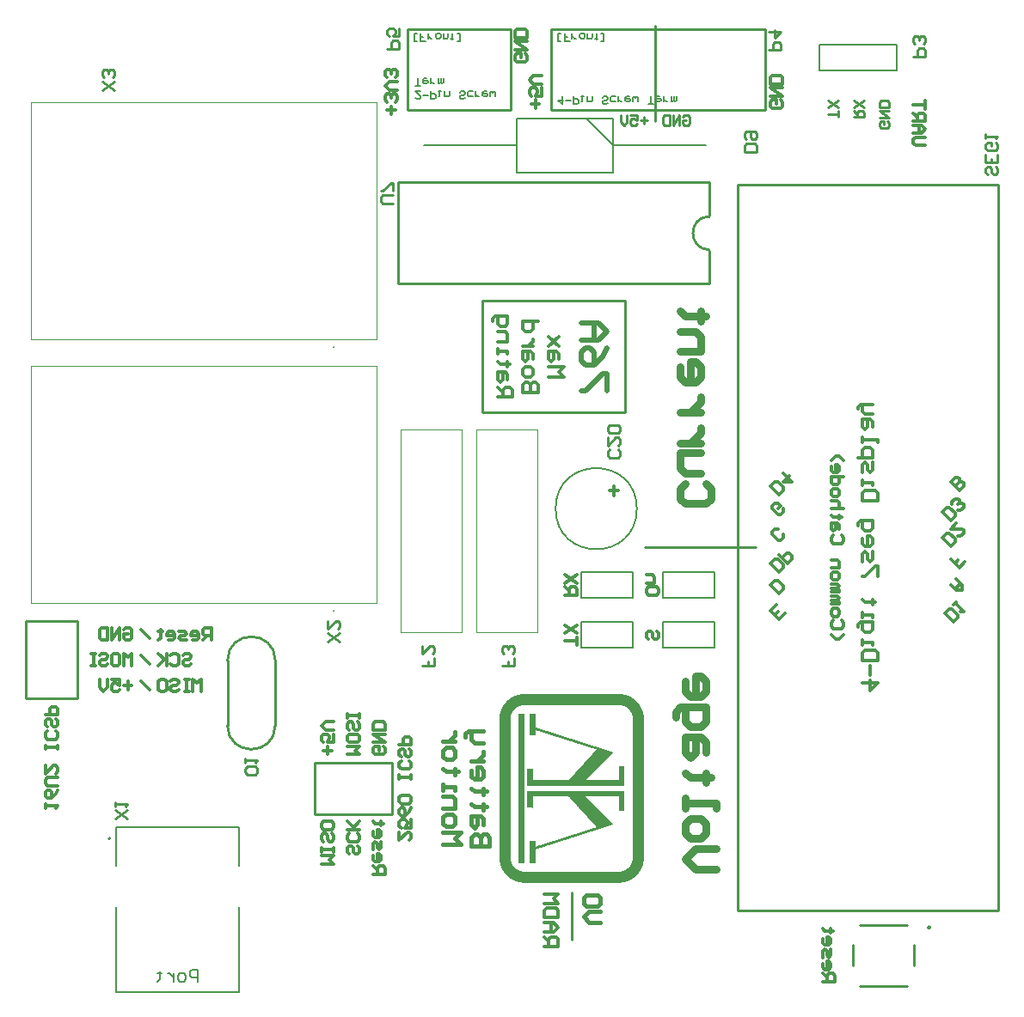
<source format=gbr>
%TF.GenerationSoftware,Altium Limited,Altium Designer,25.2.1 (25)*%
G04 Layer_Color=32896*
%FSLAX43Y43*%
%MOMM*%
%TF.SameCoordinates,4C24163C-91DB-42BE-86CD-6C2E27ADC54B*%
%TF.FilePolarity,Positive*%
%TF.FileFunction,Legend,Bot*%
%TF.Part,Single*%
G01*
G75*
%TA.AperFunction,NonConductor*%
%ADD71C,0.250*%
%ADD72C,0.200*%
%ADD74C,0.254*%
%ADD76C,0.300*%
%ADD77C,0.500*%
%ADD78C,0.100*%
%ADD79C,0.400*%
%ADD80C,0.150*%
%ADD81C,0.800*%
G36*
X59442Y29741D02*
X59700D01*
Y29728D01*
X59774D01*
Y29716D01*
X59847D01*
Y29704D01*
X59933D01*
Y29692D01*
X59970D01*
Y29679D01*
X60032D01*
Y29667D01*
X60081D01*
Y29655D01*
X60118D01*
Y29642D01*
X60167D01*
Y29630D01*
X60204D01*
Y29618D01*
X60228D01*
Y29606D01*
X60265D01*
Y29593D01*
X60302D01*
Y29581D01*
X60339D01*
Y29569D01*
X60376D01*
Y29556D01*
X60400D01*
Y29544D01*
X60425D01*
Y29532D01*
X60449D01*
Y29520D01*
X60474D01*
Y29507D01*
X60499D01*
Y29495D01*
X60523D01*
Y29483D01*
X60548D01*
Y29471D01*
X60584D01*
Y29458D01*
X60597D01*
Y29446D01*
X60621D01*
Y29434D01*
X60646D01*
Y29421D01*
X60658D01*
Y29409D01*
X60683D01*
Y29397D01*
X60707D01*
Y29385D01*
X60720D01*
Y29372D01*
X60744D01*
Y29360D01*
X60769D01*
Y29348D01*
X60781D01*
Y29335D01*
X60806D01*
Y29323D01*
X60818D01*
Y29311D01*
X60842D01*
Y29299D01*
X60855D01*
Y29286D01*
X60867D01*
Y29274D01*
X60892D01*
Y29262D01*
X60904D01*
Y29249D01*
X60916D01*
Y29237D01*
X60941D01*
Y29225D01*
X60953D01*
Y29213D01*
X60978D01*
Y29200D01*
X60990D01*
Y29188D01*
X61002D01*
Y29176D01*
X61014D01*
Y29163D01*
X61027D01*
Y29151D01*
X61039D01*
Y29139D01*
X61051D01*
Y29127D01*
X61064D01*
Y29114D01*
X61088D01*
Y29102D01*
X61100D01*
Y29090D01*
X61113D01*
Y29077D01*
X61125D01*
Y29065D01*
X61137D01*
Y29053D01*
X61150D01*
Y29041D01*
X61162D01*
Y29028D01*
X61174D01*
Y29016D01*
X61186D01*
Y29004D01*
X61199D01*
Y28991D01*
X61211D01*
Y28979D01*
X61223D01*
Y28967D01*
X61236D01*
Y28955D01*
X61248D01*
Y28942D01*
X61260D01*
Y28918D01*
X61272D01*
Y28905D01*
X61285D01*
Y28893D01*
X61297D01*
Y28881D01*
X61309D01*
Y28869D01*
X61321D01*
Y28856D01*
X61334D01*
Y28844D01*
X61346D01*
Y28819D01*
X61358D01*
Y28807D01*
X61371D01*
Y28795D01*
X61383D01*
Y28770D01*
X61395D01*
Y28758D01*
X61407D01*
Y28746D01*
X61420D01*
Y28721D01*
X61432D01*
Y28709D01*
X61444D01*
Y28697D01*
X61457D01*
Y28672D01*
X61469D01*
Y28660D01*
X61481D01*
Y28635D01*
X61493D01*
Y28623D01*
X61506D01*
Y28598D01*
X61518D01*
Y28574D01*
X61530D01*
Y28562D01*
X61543D01*
Y28537D01*
X61555D01*
Y28512D01*
X61567D01*
Y28500D01*
X61579D01*
Y28476D01*
X61592D01*
Y28451D01*
X61604D01*
Y28426D01*
X61616D01*
Y28402D01*
X61629D01*
Y28377D01*
X61641D01*
Y28353D01*
X61653D01*
Y28328D01*
X61665D01*
Y28304D01*
X61678D01*
Y28279D01*
X61690D01*
Y28254D01*
X61702D01*
Y28218D01*
X61715D01*
Y28181D01*
X61727D01*
Y28156D01*
X61739D01*
Y28119D01*
X61751D01*
Y28083D01*
X61764D01*
Y28058D01*
X61776D01*
Y28009D01*
X61788D01*
Y27972D01*
X61801D01*
Y27923D01*
X61813D01*
Y27874D01*
X61825D01*
Y27837D01*
X61837D01*
Y27775D01*
X61850D01*
Y27689D01*
X61862D01*
Y27628D01*
X61874D01*
Y27505D01*
X61887D01*
Y13392D01*
X61874D01*
Y13269D01*
X61862D01*
Y13208D01*
X61850D01*
Y13122D01*
X61837D01*
Y13060D01*
X61825D01*
Y13023D01*
X61813D01*
Y12974D01*
X61801D01*
Y12925D01*
X61788D01*
Y12888D01*
X61776D01*
Y12839D01*
X61764D01*
Y12814D01*
X61751D01*
Y12778D01*
X61739D01*
Y12741D01*
X61727D01*
Y12716D01*
X61715D01*
Y12679D01*
X61702D01*
Y12642D01*
X61690D01*
Y12618D01*
X61678D01*
Y12593D01*
X61665D01*
Y12569D01*
X61653D01*
Y12544D01*
X61641D01*
Y12520D01*
X61629D01*
Y12495D01*
X61616D01*
Y12470D01*
X61604D01*
Y12446D01*
X61592D01*
Y12421D01*
X61579D01*
Y12397D01*
X61567D01*
Y12385D01*
X61555D01*
Y12360D01*
X61543D01*
Y12335D01*
X61530D01*
Y12323D01*
X61518D01*
Y12299D01*
X61506D01*
Y12274D01*
X61493D01*
Y12262D01*
X61481D01*
Y12237D01*
X61469D01*
Y12225D01*
X61457D01*
Y12200D01*
X61444D01*
Y12188D01*
X61432D01*
Y12176D01*
X61420D01*
Y12151D01*
X61407D01*
Y12139D01*
X61395D01*
Y12127D01*
X61383D01*
Y12102D01*
X61371D01*
Y12090D01*
X61358D01*
Y12077D01*
X61346D01*
Y12053D01*
X61334D01*
Y12041D01*
X61321D01*
Y12028D01*
X61309D01*
Y12016D01*
X61297D01*
Y12004D01*
X61285D01*
Y11991D01*
X61272D01*
Y11979D01*
X61260D01*
Y11955D01*
X61248D01*
Y11942D01*
X61236D01*
Y11930D01*
X61223D01*
Y11918D01*
X61211D01*
Y11905D01*
X61199D01*
Y11893D01*
X61186D01*
Y11881D01*
X61174D01*
Y11869D01*
X61162D01*
Y11856D01*
X61150D01*
Y11844D01*
X61137D01*
Y11832D01*
X61125D01*
Y11819D01*
X61113D01*
Y11807D01*
X61100D01*
Y11795D01*
X61088D01*
Y11783D01*
X61064D01*
Y11770D01*
X61051D01*
Y11758D01*
X61039D01*
Y11746D01*
X61027D01*
Y11734D01*
X61014D01*
Y11721D01*
X61002D01*
Y11709D01*
X60990D01*
Y11697D01*
X60978D01*
Y11684D01*
X60953D01*
Y11672D01*
X60941D01*
Y11660D01*
X60916D01*
Y11648D01*
X60904D01*
Y11635D01*
X60892D01*
Y11623D01*
X60867D01*
Y11611D01*
X60855D01*
Y11598D01*
X60842D01*
Y11586D01*
X60818D01*
Y11574D01*
X60806D01*
Y11562D01*
X60781D01*
Y11549D01*
X60769D01*
Y11537D01*
X60744D01*
Y11525D01*
X60720D01*
Y11512D01*
X60707D01*
Y11500D01*
X60683D01*
Y11488D01*
X60658D01*
Y11476D01*
X60646D01*
Y11463D01*
X60621D01*
Y11451D01*
X60597D01*
Y11439D01*
X60584D01*
Y11426D01*
X60548D01*
Y11414D01*
X60523D01*
Y11402D01*
X60499D01*
Y11390D01*
X60474D01*
Y11377D01*
X60449D01*
Y11365D01*
X60425D01*
Y11353D01*
X60400D01*
Y11340D01*
X60376D01*
Y11328D01*
X60339D01*
Y11316D01*
X60302D01*
Y11304D01*
X60277D01*
Y11291D01*
X60228D01*
Y11279D01*
X60204D01*
Y11267D01*
X60167D01*
Y11254D01*
X60118D01*
Y11242D01*
X60081D01*
Y11230D01*
X60032D01*
Y11218D01*
X59970D01*
Y11205D01*
X59933D01*
Y11193D01*
X59847D01*
Y11181D01*
X59774D01*
Y11168D01*
X59700D01*
Y11156D01*
X59442D01*
Y11144D01*
X50119D01*
Y11156D01*
X49861D01*
Y11168D01*
X49788D01*
Y11181D01*
X49714D01*
Y11193D01*
X49628D01*
Y11205D01*
X49591D01*
Y11218D01*
X49530D01*
Y11230D01*
X49480D01*
Y11242D01*
X49444D01*
Y11254D01*
X49394D01*
Y11267D01*
X49358D01*
Y11279D01*
X49333D01*
Y11291D01*
X49284D01*
Y11304D01*
X49259D01*
Y11316D01*
X49222D01*
Y11328D01*
X49186D01*
Y11340D01*
X49161D01*
Y11353D01*
X49137D01*
Y11365D01*
X49112D01*
Y11377D01*
X49087D01*
Y11390D01*
X49063D01*
Y11402D01*
X49038D01*
Y11414D01*
X49014D01*
Y11426D01*
X48977D01*
Y11439D01*
X48965D01*
Y11451D01*
X48940D01*
Y11463D01*
X48915D01*
Y11476D01*
X48903D01*
Y11488D01*
X48879D01*
Y11500D01*
X48854D01*
Y11512D01*
X48842D01*
Y11525D01*
X48817D01*
Y11537D01*
X48793D01*
Y11549D01*
X48780D01*
Y11562D01*
X48756D01*
Y11574D01*
X48743D01*
Y11586D01*
X48719D01*
Y11598D01*
X48707D01*
Y11611D01*
X48694D01*
Y11623D01*
X48670D01*
Y11635D01*
X48657D01*
Y11648D01*
X48645D01*
Y11660D01*
X48621D01*
Y11672D01*
X48608D01*
Y11684D01*
X48584D01*
Y11697D01*
X48571D01*
Y11709D01*
X48559D01*
Y11721D01*
X48547D01*
Y11734D01*
X48535D01*
Y11746D01*
X48522D01*
Y11758D01*
X48510D01*
Y11770D01*
X48498D01*
Y11783D01*
X48473D01*
Y11795D01*
X48461D01*
Y11807D01*
X48449D01*
Y11819D01*
X48436D01*
Y11832D01*
X48424D01*
Y11844D01*
X48412D01*
Y11856D01*
X48400D01*
Y11869D01*
X48387D01*
Y11881D01*
X48375D01*
Y11893D01*
X48363D01*
Y11905D01*
X48350D01*
Y11918D01*
X48338D01*
Y11930D01*
X48326D01*
Y11942D01*
X48314D01*
Y11955D01*
X48301D01*
Y11979D01*
X48289D01*
Y11991D01*
X48277D01*
Y12004D01*
X48264D01*
Y12016D01*
X48252D01*
Y12028D01*
X48240D01*
Y12041D01*
X48228D01*
Y12053D01*
X48215D01*
Y12077D01*
X48203D01*
Y12090D01*
X48191D01*
Y12102D01*
X48178D01*
Y12127D01*
X48166D01*
Y12139D01*
X48154D01*
Y12151D01*
X48142D01*
Y12176D01*
X48129D01*
Y12188D01*
X48117D01*
Y12200D01*
X48105D01*
Y12225D01*
X48092D01*
Y12237D01*
X48080D01*
Y12262D01*
X48068D01*
Y12274D01*
X48056D01*
Y12299D01*
X48043D01*
Y12323D01*
X48031D01*
Y12335D01*
X48019D01*
Y12360D01*
X48006D01*
Y12385D01*
X47994D01*
Y12397D01*
X47982D01*
Y12421D01*
X47970D01*
Y12446D01*
X47957D01*
Y12470D01*
X47945D01*
Y12495D01*
X47933D01*
Y12520D01*
X47920D01*
Y12544D01*
X47908D01*
Y12569D01*
X47896D01*
Y12593D01*
X47884D01*
Y12618D01*
X47871D01*
Y12642D01*
X47859D01*
Y12679D01*
X47847D01*
Y12716D01*
X47834D01*
Y12741D01*
X47822D01*
Y12778D01*
X47810D01*
Y12814D01*
X47798D01*
Y12839D01*
X47785D01*
Y12888D01*
X47773D01*
Y12925D01*
X47761D01*
Y12974D01*
X47749D01*
Y13023D01*
X47736D01*
Y13060D01*
X47724D01*
Y13122D01*
X47712D01*
Y13208D01*
X47699D01*
Y13269D01*
X47687D01*
Y13392D01*
X47675D01*
Y13613D01*
X47663D01*
Y27284D01*
X47675D01*
Y27505D01*
X47687D01*
Y27628D01*
X47699D01*
Y27689D01*
X47712D01*
Y27775D01*
X47724D01*
Y27837D01*
X47736D01*
Y27874D01*
X47749D01*
Y27923D01*
X47761D01*
Y27972D01*
X47773D01*
Y28009D01*
X47785D01*
Y28058D01*
X47798D01*
Y28083D01*
X47810D01*
Y28119D01*
X47822D01*
Y28156D01*
X47834D01*
Y28181D01*
X47847D01*
Y28218D01*
X47859D01*
Y28254D01*
X47871D01*
Y28279D01*
X47884D01*
Y28304D01*
X47896D01*
Y28328D01*
X47908D01*
Y28353D01*
X47920D01*
Y28377D01*
X47933D01*
Y28402D01*
X47945D01*
Y28426D01*
X47957D01*
Y28451D01*
X47970D01*
Y28476D01*
X47982D01*
Y28500D01*
X47994D01*
Y28512D01*
X48006D01*
Y28537D01*
X48019D01*
Y28562D01*
X48031D01*
Y28574D01*
X48043D01*
Y28598D01*
X48056D01*
Y28623D01*
X48068D01*
Y28635D01*
X48080D01*
Y28660D01*
X48092D01*
Y28672D01*
X48105D01*
Y28697D01*
X48117D01*
Y28709D01*
X48129D01*
Y28721D01*
X48142D01*
Y28746D01*
X48154D01*
Y28758D01*
X48166D01*
Y28770D01*
X48178D01*
Y28795D01*
X48191D01*
Y28807D01*
X48203D01*
Y28819D01*
X48215D01*
Y28844D01*
X48228D01*
Y28856D01*
X48240D01*
Y28869D01*
X48252D01*
Y28881D01*
X48264D01*
Y28893D01*
X48277D01*
Y28905D01*
X48289D01*
Y28918D01*
X48301D01*
Y28942D01*
X48314D01*
Y28955D01*
X48326D01*
Y28967D01*
X48338D01*
Y28979D01*
X48350D01*
Y28991D01*
X48363D01*
Y29004D01*
X48375D01*
Y29016D01*
X48387D01*
Y29028D01*
X48400D01*
Y29041D01*
X48412D01*
Y29053D01*
X48424D01*
Y29065D01*
X48436D01*
Y29077D01*
X48449D01*
Y29090D01*
X48461D01*
Y29102D01*
X48473D01*
Y29114D01*
X48498D01*
Y29127D01*
X48510D01*
Y29139D01*
X48522D01*
Y29151D01*
X48535D01*
Y29163D01*
X48547D01*
Y29176D01*
X48559D01*
Y29188D01*
X48571D01*
Y29200D01*
X48584D01*
Y29213D01*
X48608D01*
Y29225D01*
X48621D01*
Y29237D01*
X48645D01*
Y29249D01*
X48657D01*
Y29262D01*
X48670D01*
Y29274D01*
X48694D01*
Y29286D01*
X48707D01*
Y29299D01*
X48719D01*
Y29311D01*
X48743D01*
Y29323D01*
X48756D01*
Y29335D01*
X48780D01*
Y29348D01*
X48793D01*
Y29360D01*
X48817D01*
Y29372D01*
X48842D01*
Y29385D01*
X48854D01*
Y29397D01*
X48879D01*
Y29409D01*
X48903D01*
Y29421D01*
X48915D01*
Y29434D01*
X48940D01*
Y29446D01*
X48965D01*
Y29458D01*
X48977D01*
Y29471D01*
X49014D01*
Y29483D01*
X49038D01*
Y29495D01*
X49063D01*
Y29507D01*
X49087D01*
Y29520D01*
X49112D01*
Y29532D01*
X49137D01*
Y29544D01*
X49161D01*
Y29556D01*
X49186D01*
Y29569D01*
X49222D01*
Y29581D01*
X49259D01*
Y29593D01*
X49296D01*
Y29606D01*
X49333D01*
Y29618D01*
X49358D01*
Y29630D01*
X49394D01*
Y29642D01*
X49444D01*
Y29655D01*
X49480D01*
Y29667D01*
X49530D01*
Y29679D01*
X49591D01*
Y29692D01*
X49628D01*
Y29704D01*
X49714D01*
Y29716D01*
X49788D01*
Y29728D01*
X49861D01*
Y29741D01*
X50119D01*
Y29753D01*
X59442D01*
Y29741D01*
D02*
G37*
%LPC*%
G36*
X59479Y28660D02*
X50082D01*
Y28648D01*
X49947D01*
Y28635D01*
X49874D01*
Y28623D01*
X49812D01*
Y28611D01*
X49775D01*
Y28598D01*
X49726D01*
Y28586D01*
X49689D01*
Y28574D01*
X49652D01*
Y28562D01*
X49616D01*
Y28549D01*
X49591D01*
Y28537D01*
X49566D01*
Y28525D01*
X49530D01*
Y28512D01*
X49517D01*
Y28500D01*
X49493D01*
Y28488D01*
X49468D01*
Y28476D01*
X49444D01*
Y28463D01*
X49419D01*
Y28451D01*
X49407D01*
Y28439D01*
X49382D01*
Y28426D01*
X49358D01*
Y28414D01*
X49345D01*
Y28402D01*
X49333D01*
Y28390D01*
X49321D01*
Y28377D01*
X49296D01*
Y28365D01*
X49284D01*
Y28353D01*
X49259D01*
Y28340D01*
X49247D01*
Y28328D01*
X49235D01*
Y28316D01*
X49222D01*
Y28304D01*
X49210D01*
Y28291D01*
X49198D01*
Y28279D01*
X49186D01*
Y28267D01*
X49173D01*
Y28254D01*
X49161D01*
Y28242D01*
X49149D01*
Y28230D01*
X49137D01*
Y28218D01*
X49124D01*
Y28205D01*
X49112D01*
Y28193D01*
X49100D01*
Y28181D01*
X49087D01*
Y28168D01*
X49075D01*
Y28156D01*
X49063D01*
Y28132D01*
X49051D01*
Y28119D01*
X49038D01*
Y28095D01*
X49026D01*
Y28083D01*
X49014D01*
Y28070D01*
X49001D01*
Y28046D01*
X48989D01*
Y28033D01*
X48977D01*
Y28009D01*
X48965D01*
Y27984D01*
X48952D01*
Y27972D01*
X48940D01*
Y27947D01*
X48928D01*
Y27923D01*
X48915D01*
Y27898D01*
X48903D01*
Y27874D01*
X48891D01*
Y27849D01*
X48879D01*
Y27825D01*
X48866D01*
Y27788D01*
X48854D01*
Y27763D01*
X48842D01*
Y27726D01*
X48829D01*
Y27689D01*
X48817D01*
Y27653D01*
X48805D01*
Y27591D01*
X48793D01*
Y27530D01*
X48780D01*
Y27468D01*
X48768D01*
Y13429D01*
X48780D01*
Y13367D01*
X48793D01*
Y13306D01*
X48805D01*
Y13244D01*
X48817D01*
Y13208D01*
X48829D01*
Y13171D01*
X48842D01*
Y13134D01*
X48854D01*
Y13109D01*
X48866D01*
Y13072D01*
X48879D01*
Y13048D01*
X48891D01*
Y13023D01*
X48903D01*
Y12999D01*
X48915D01*
Y12974D01*
X48928D01*
Y12950D01*
X48940D01*
Y12925D01*
X48952D01*
Y12913D01*
X48965D01*
Y12888D01*
X48977D01*
Y12864D01*
X48989D01*
Y12851D01*
X49001D01*
Y12827D01*
X49014D01*
Y12814D01*
X49026D01*
Y12802D01*
X49038D01*
Y12778D01*
X49051D01*
Y12765D01*
X49063D01*
Y12741D01*
X49075D01*
Y12728D01*
X49087D01*
Y12716D01*
X49100D01*
Y12704D01*
X49112D01*
Y12692D01*
X49124D01*
Y12679D01*
X49137D01*
Y12667D01*
X49149D01*
Y12655D01*
X49161D01*
Y12642D01*
X49173D01*
Y12630D01*
X49186D01*
Y12618D01*
X49198D01*
Y12606D01*
X49210D01*
Y12593D01*
X49222D01*
Y12581D01*
X49235D01*
Y12569D01*
X49247D01*
Y12556D01*
X49259D01*
Y12544D01*
X49284D01*
Y12532D01*
X49296D01*
Y12520D01*
X49308D01*
Y12507D01*
X49333D01*
Y12495D01*
X49345D01*
Y12483D01*
X49358D01*
Y12470D01*
X49382D01*
Y12458D01*
X49407D01*
Y12446D01*
X49419D01*
Y12434D01*
X49444D01*
Y12421D01*
X49468D01*
Y12409D01*
X49493D01*
Y12397D01*
X49517D01*
Y12385D01*
X49530D01*
Y12372D01*
X49566D01*
Y12360D01*
X49591D01*
Y12348D01*
X49616D01*
Y12335D01*
X49652D01*
Y12323D01*
X49689D01*
Y12311D01*
X49726D01*
Y12299D01*
X49775D01*
Y12286D01*
X49812D01*
Y12274D01*
X49874D01*
Y12262D01*
X49947D01*
Y12249D01*
X50082D01*
Y12237D01*
X59467D01*
Y12249D01*
X59614D01*
Y12262D01*
X59688D01*
Y12274D01*
X59749D01*
Y12286D01*
X59786D01*
Y12299D01*
X59835D01*
Y12311D01*
X59872D01*
Y12323D01*
X59909D01*
Y12335D01*
X59946D01*
Y12348D01*
X59970D01*
Y12360D01*
X59995D01*
Y12372D01*
X60032D01*
Y12385D01*
X60044D01*
Y12397D01*
X60069D01*
Y12409D01*
X60093D01*
Y12421D01*
X60118D01*
Y12434D01*
X60142D01*
Y12446D01*
X60155D01*
Y12458D01*
X60179D01*
Y12470D01*
X60204D01*
Y12483D01*
X60216D01*
Y12495D01*
X60228D01*
Y12507D01*
X60241D01*
Y12520D01*
X60265D01*
Y12532D01*
X60277D01*
Y12544D01*
X60302D01*
Y12556D01*
X60314D01*
Y12569D01*
X60327D01*
Y12581D01*
X60339D01*
Y12593D01*
X60351D01*
Y12606D01*
X60363D01*
Y12618D01*
X60376D01*
Y12630D01*
X60388D01*
Y12642D01*
X60400D01*
Y12655D01*
X60413D01*
Y12667D01*
X60425D01*
Y12679D01*
X60437D01*
Y12692D01*
X60449D01*
Y12704D01*
X60462D01*
Y12716D01*
X60474D01*
Y12728D01*
X60486D01*
Y12741D01*
X60499D01*
Y12765D01*
X60511D01*
Y12778D01*
X60523D01*
Y12802D01*
X60535D01*
Y12814D01*
X60548D01*
Y12827D01*
X60560D01*
Y12851D01*
X60572D01*
Y12864D01*
X60584D01*
Y12888D01*
X60597D01*
Y12913D01*
X60609D01*
Y12925D01*
X60621D01*
Y12950D01*
X60634D01*
Y12974D01*
X60646D01*
Y12999D01*
X60658D01*
Y13023D01*
X60670D01*
Y13048D01*
X60683D01*
Y13072D01*
X60695D01*
Y13109D01*
X60707D01*
Y13134D01*
X60720D01*
Y13171D01*
X60732D01*
Y13208D01*
X60744D01*
Y13244D01*
X60756D01*
Y13306D01*
X60769D01*
Y13367D01*
X60781D01*
Y13429D01*
X60793D01*
Y27468D01*
X60781D01*
Y27530D01*
X60769D01*
Y27591D01*
X60756D01*
Y27653D01*
X60744D01*
Y27689D01*
X60732D01*
Y27726D01*
X60720D01*
Y27763D01*
X60707D01*
Y27788D01*
X60695D01*
Y27825D01*
X60683D01*
Y27849D01*
X60670D01*
Y27874D01*
X60658D01*
Y27898D01*
X60646D01*
Y27923D01*
X60634D01*
Y27947D01*
X60621D01*
Y27972D01*
X60609D01*
Y27984D01*
X60597D01*
Y28009D01*
X60584D01*
Y28033D01*
X60572D01*
Y28046D01*
X60560D01*
Y28070D01*
X60548D01*
Y28083D01*
X60535D01*
Y28095D01*
X60523D01*
Y28119D01*
X60511D01*
Y28132D01*
X60499D01*
Y28156D01*
X60486D01*
Y28168D01*
X60474D01*
Y28181D01*
X60462D01*
Y28193D01*
X60449D01*
Y28205D01*
X60437D01*
Y28218D01*
X60425D01*
Y28230D01*
X60413D01*
Y28242D01*
X60400D01*
Y28254D01*
X60388D01*
Y28267D01*
X60376D01*
Y28279D01*
X60363D01*
Y28291D01*
X60351D01*
Y28304D01*
X60339D01*
Y28316D01*
X60327D01*
Y28328D01*
X60314D01*
Y28340D01*
X60302D01*
Y28353D01*
X60277D01*
Y28365D01*
X60265D01*
Y28377D01*
X60241D01*
Y28390D01*
X60228D01*
Y28402D01*
X60216D01*
Y28414D01*
X60204D01*
Y28426D01*
X60179D01*
Y28439D01*
X60155D01*
Y28451D01*
X60142D01*
Y28463D01*
X60118D01*
Y28476D01*
X60093D01*
Y28488D01*
X60069D01*
Y28500D01*
X60044D01*
Y28512D01*
X60032D01*
Y28525D01*
X59995D01*
Y28537D01*
X59970D01*
Y28549D01*
X59946D01*
Y28562D01*
X59909D01*
Y28574D01*
X59872D01*
Y28586D01*
X59835D01*
Y28598D01*
X59786D01*
Y28611D01*
X59749D01*
Y28623D01*
X59688D01*
Y28635D01*
X59614D01*
Y28648D01*
X59479D01*
Y28660D01*
D02*
G37*
%LPD*%
G36*
X51225Y26461D02*
X51262D01*
Y26449D01*
X51298D01*
Y26437D01*
X51335D01*
Y26424D01*
X51372D01*
Y26412D01*
X51409D01*
Y26400D01*
X51446D01*
Y26387D01*
X51483D01*
Y26375D01*
X51519D01*
Y26363D01*
X51569D01*
Y26351D01*
X51593D01*
Y26338D01*
X51642D01*
Y26326D01*
X51679D01*
Y26314D01*
X51716D01*
Y26301D01*
X51753D01*
Y26289D01*
X51790D01*
Y26277D01*
X51827D01*
Y26265D01*
X51863D01*
Y26252D01*
X51913D01*
Y26240D01*
X51949D01*
Y26228D01*
X51986D01*
Y26215D01*
X52023D01*
Y26203D01*
X52060D01*
Y26191D01*
X52097D01*
Y26179D01*
X52134D01*
Y26166D01*
X52170D01*
Y26154D01*
X52207D01*
Y26142D01*
X52244D01*
Y26129D01*
X52293D01*
Y26117D01*
X52330D01*
Y26105D01*
X52367D01*
Y26093D01*
X52404D01*
Y26080D01*
X52441D01*
Y26068D01*
X52478D01*
Y26056D01*
X52514D01*
Y26043D01*
X52551D01*
Y26031D01*
X52600D01*
Y26019D01*
X52637D01*
Y26007D01*
X52674D01*
Y25994D01*
X52711D01*
Y25982D01*
X52748D01*
Y25970D01*
X52785D01*
Y25958D01*
X52821D01*
Y25945D01*
X52858D01*
Y25933D01*
X52895D01*
Y25921D01*
X52932D01*
Y25908D01*
X52981D01*
Y25896D01*
X53018D01*
Y25884D01*
X53055D01*
Y25872D01*
X53092D01*
Y25859D01*
X53129D01*
Y25847D01*
X53165D01*
Y25835D01*
X53202D01*
Y25822D01*
X53239D01*
Y25810D01*
X53288D01*
Y25798D01*
X53325D01*
Y25786D01*
X53362D01*
Y25773D01*
X53399D01*
Y25761D01*
X53436D01*
Y25749D01*
X53472D01*
Y25736D01*
X53509D01*
Y25724D01*
X53546D01*
Y25712D01*
X53595D01*
Y25700D01*
X53620D01*
Y25687D01*
X53669D01*
Y25675D01*
X53706D01*
Y25663D01*
X53743D01*
Y25650D01*
X53780D01*
Y25638D01*
X53816D01*
Y25626D01*
X53853D01*
Y25614D01*
X53890D01*
Y25601D01*
X53939D01*
Y25589D01*
X53964D01*
Y25577D01*
X54013D01*
Y25564D01*
X54050D01*
Y25552D01*
X54087D01*
Y25540D01*
X54124D01*
Y25528D01*
X54160D01*
Y25515D01*
X54197D01*
Y25503D01*
X54234D01*
Y25491D01*
X54271D01*
Y25478D01*
X54320D01*
Y25466D01*
X54357D01*
Y25454D01*
X54394D01*
Y25442D01*
X54431D01*
Y25429D01*
X54467D01*
Y25417D01*
X54504D01*
Y25405D01*
X54541D01*
Y25392D01*
X54578D01*
Y25380D01*
X54627D01*
Y25368D01*
X54664D01*
Y25356D01*
X54701D01*
Y25343D01*
X54738D01*
Y25331D01*
X54775D01*
Y25319D01*
X54811D01*
Y25306D01*
X54848D01*
Y25294D01*
X54885D01*
Y25282D01*
X54922D01*
Y25270D01*
X54959D01*
Y25257D01*
X55008D01*
Y25245D01*
X55045D01*
Y25233D01*
X55082D01*
Y25221D01*
X55118D01*
Y25208D01*
X55155D01*
Y25196D01*
X55192D01*
Y25184D01*
X55229D01*
Y25171D01*
X55266D01*
Y25159D01*
X55303D01*
Y25147D01*
X55352D01*
Y25135D01*
X55389D01*
Y25122D01*
X55426D01*
Y25110D01*
X55462D01*
Y25098D01*
X55499D01*
Y25085D01*
X55536D01*
Y25073D01*
X55573D01*
Y25061D01*
X55610D01*
Y25049D01*
X55659D01*
Y25036D01*
X55696D01*
Y25024D01*
X55733D01*
Y25012D01*
X55769D01*
Y24999D01*
X55806D01*
Y24987D01*
X55843D01*
Y24975D01*
X55880D01*
Y24963D01*
X55917D01*
Y24950D01*
X55954D01*
Y24938D01*
X55991D01*
Y24926D01*
X56040D01*
Y24913D01*
X56077D01*
Y24901D01*
X56113D01*
Y24889D01*
X56150D01*
Y24877D01*
X56187D01*
Y24864D01*
X56224D01*
Y24852D01*
X56261D01*
Y24840D01*
X56298D01*
Y24827D01*
X56347D01*
Y24815D01*
X56384D01*
Y24803D01*
X56420D01*
Y24791D01*
X56457D01*
Y24778D01*
X56494D01*
Y24766D01*
X56531D01*
Y24754D01*
X56568D01*
Y24741D01*
X56605D01*
Y24729D01*
X56642D01*
Y24717D01*
X56691D01*
Y24705D01*
X56728D01*
Y24692D01*
X56764D01*
Y24680D01*
X56801D01*
Y24668D01*
X56838D01*
Y24655D01*
X56875D01*
Y24643D01*
X56912D01*
Y24631D01*
X56949D01*
Y24619D01*
X56986D01*
Y24606D01*
X57022D01*
Y24594D01*
X57071D01*
Y24582D01*
X57108D01*
Y24569D01*
X57145D01*
Y24557D01*
X57182D01*
Y24545D01*
X57219D01*
Y24533D01*
X57256D01*
Y24520D01*
X57293D01*
Y24508D01*
X57329D01*
Y24496D01*
X57379D01*
Y24484D01*
X57415D01*
Y24471D01*
X57452D01*
Y24459D01*
X57489D01*
Y24447D01*
X57526D01*
Y24434D01*
X57563D01*
Y24422D01*
X57600D01*
Y24410D01*
X57637D01*
Y24398D01*
X57686D01*
Y24385D01*
X57722D01*
Y24373D01*
X57759D01*
Y24361D01*
X57796D01*
Y24348D01*
X57833D01*
Y24336D01*
X57870D01*
Y24324D01*
X57907D01*
Y24312D01*
X57944D01*
Y24299D01*
X57980D01*
Y24287D01*
X58017D01*
Y24275D01*
X58066D01*
Y24262D01*
X58103D01*
Y24250D01*
X58140D01*
Y24238D01*
X58177D01*
Y24226D01*
X58214D01*
Y24213D01*
X58251D01*
Y24201D01*
X58288D01*
Y24189D01*
X58324D01*
Y24176D01*
X58361D01*
Y24164D01*
X58410D01*
Y24152D01*
X58447D01*
Y24140D01*
X58484D01*
Y24127D01*
X58521D01*
Y24115D01*
X58558D01*
Y24103D01*
X58595D01*
Y24090D01*
X58631D01*
Y24078D01*
X58668D01*
Y24066D01*
X58717D01*
Y24054D01*
X58742D01*
Y24041D01*
X58791D01*
Y24029D01*
X58828D01*
Y24017D01*
X58865D01*
Y24004D01*
X58877D01*
Y23992D01*
X58865D01*
Y23980D01*
X58853D01*
Y23968D01*
X58840D01*
Y23955D01*
X58828D01*
Y23943D01*
X58816D01*
Y23931D01*
X58803D01*
Y23918D01*
X58791D01*
Y23906D01*
X58779D01*
Y23894D01*
X58767D01*
Y23882D01*
X58754D01*
Y23869D01*
X58742D01*
Y23857D01*
X58730D01*
Y23845D01*
X58717D01*
Y23833D01*
X58705D01*
Y23820D01*
X58693D01*
Y23808D01*
X58681D01*
Y23796D01*
X58668D01*
Y23783D01*
X58656D01*
Y23771D01*
X58644D01*
Y23759D01*
X58631D01*
Y23747D01*
X58619D01*
Y23734D01*
X58607D01*
Y23722D01*
X58595D01*
Y23710D01*
X58582D01*
Y23697D01*
X58570D01*
Y23685D01*
X58558D01*
Y23673D01*
X58545D01*
Y23661D01*
X58533D01*
Y23648D01*
X58521D01*
Y23636D01*
X58509D01*
Y23624D01*
X58496D01*
Y23611D01*
X58484D01*
Y23599D01*
X58472D01*
Y23587D01*
X58459D01*
Y23575D01*
X58447D01*
Y23562D01*
X58435D01*
Y23550D01*
X58423D01*
Y23538D01*
X58410D01*
Y23525D01*
X58398D01*
Y23513D01*
X58386D01*
Y23501D01*
X58374D01*
Y23489D01*
X58361D01*
Y23476D01*
X58349D01*
Y23464D01*
X58337D01*
Y23452D01*
X58324D01*
Y23439D01*
X58312D01*
Y23427D01*
X58300D01*
Y23415D01*
X58288D01*
Y23403D01*
X58275D01*
Y23390D01*
X58263D01*
Y23378D01*
X58251D01*
Y23366D01*
X58238D01*
Y23353D01*
X58226D01*
Y23341D01*
X58214D01*
Y23329D01*
X58202D01*
Y23317D01*
X58189D01*
Y23304D01*
X58177D01*
Y23292D01*
X58165D01*
Y23280D01*
X58152D01*
Y23267D01*
X58140D01*
Y23255D01*
X58128D01*
Y23243D01*
X58116D01*
Y23231D01*
X58103D01*
Y23218D01*
X58091D01*
Y23206D01*
X58079D01*
Y23194D01*
X58066D01*
Y23181D01*
X58054D01*
Y23169D01*
X58042D01*
Y23157D01*
X58030D01*
Y23145D01*
X58017D01*
Y23132D01*
X58005D01*
Y23120D01*
X57993D01*
Y23108D01*
X57980D01*
Y23096D01*
X57968D01*
Y23083D01*
X57956D01*
Y23071D01*
X57944D01*
Y23059D01*
X57931D01*
Y23046D01*
X57919D01*
Y23034D01*
X57907D01*
Y23022D01*
X57894D01*
Y23010D01*
X57882D01*
Y22997D01*
X57870D01*
Y22985D01*
X57858D01*
Y22973D01*
X57845D01*
Y22960D01*
X57833D01*
Y22948D01*
X57821D01*
Y22936D01*
X57808D01*
Y22924D01*
X57796D01*
Y22911D01*
X57784D01*
Y22899D01*
X57772D01*
Y22887D01*
X57759D01*
Y22874D01*
X57747D01*
Y22862D01*
X57735D01*
Y22850D01*
X57722D01*
Y22838D01*
X57710D01*
Y22825D01*
X57698D01*
Y22813D01*
X57686D01*
Y22801D01*
X57673D01*
Y22788D01*
X57661D01*
Y22776D01*
X57649D01*
Y22764D01*
X57637D01*
Y22752D01*
X57624D01*
Y22739D01*
X57612D01*
Y22727D01*
X57600D01*
Y22715D01*
X57587D01*
Y22702D01*
X57575D01*
Y22690D01*
X57563D01*
Y22678D01*
X57551D01*
Y22666D01*
X57538D01*
Y22653D01*
X57526D01*
Y22641D01*
X57514D01*
Y22629D01*
X57501D01*
Y22616D01*
X57489D01*
Y22604D01*
X57477D01*
Y22592D01*
X57465D01*
Y22580D01*
X57452D01*
Y22567D01*
X57440D01*
Y22555D01*
X57428D01*
Y22543D01*
X57415D01*
Y22530D01*
X57403D01*
Y22518D01*
X57391D01*
Y22506D01*
X57379D01*
Y22494D01*
X57366D01*
Y22481D01*
X57354D01*
Y22469D01*
X57342D01*
Y22457D01*
X57329D01*
Y22444D01*
X57317D01*
Y22432D01*
X57305D01*
Y22420D01*
X57293D01*
Y22408D01*
X57280D01*
Y22395D01*
X57268D01*
Y22383D01*
X57256D01*
Y22371D01*
X57243D01*
Y22359D01*
X57231D01*
Y22346D01*
X57219D01*
Y22334D01*
X57207D01*
Y22322D01*
X57194D01*
Y22309D01*
X57182D01*
Y22297D01*
X57170D01*
Y22285D01*
X57157D01*
Y22273D01*
X57145D01*
Y22260D01*
X57133D01*
Y22248D01*
X57121D01*
Y22236D01*
X57108D01*
Y22223D01*
X57096D01*
Y22211D01*
X57084D01*
Y22199D01*
X57071D01*
Y22187D01*
X57059D01*
Y22174D01*
X57047D01*
Y22162D01*
X57035D01*
Y22150D01*
X57022D01*
Y22137D01*
X57010D01*
Y22125D01*
X56998D01*
Y22113D01*
X56986D01*
Y22101D01*
X56973D01*
Y22088D01*
X56961D01*
Y22076D01*
X56949D01*
Y22064D01*
X56936D01*
Y22051D01*
X56924D01*
Y22039D01*
X56912D01*
Y22027D01*
X56900D01*
Y22015D01*
X56887D01*
Y22002D01*
X56875D01*
Y21990D01*
X56863D01*
Y21978D01*
X56850D01*
Y21965D01*
X56838D01*
Y21953D01*
X56826D01*
Y21941D01*
X56814D01*
Y21929D01*
X56801D01*
Y21916D01*
X56789D01*
Y21904D01*
X56777D01*
Y21892D01*
X56764D01*
Y21879D01*
X56752D01*
Y21867D01*
X56740D01*
Y21855D01*
X56728D01*
Y21843D01*
X56715D01*
Y21830D01*
X56703D01*
Y21818D01*
X56691D01*
Y21806D01*
X56678D01*
Y21793D01*
X56666D01*
Y21781D01*
X56654D01*
Y21769D01*
X56642D01*
Y21757D01*
X56629D01*
Y21744D01*
X56617D01*
Y21732D01*
X56605D01*
Y21720D01*
X56592D01*
Y21708D01*
X56580D01*
Y21695D01*
X56568D01*
Y21683D01*
X56556D01*
Y21671D01*
X56543D01*
Y21658D01*
X56531D01*
Y21646D01*
X56519D01*
Y21634D01*
X56506D01*
Y21622D01*
X56494D01*
Y21609D01*
X56482D01*
Y21597D01*
X56470D01*
Y21585D01*
X56457D01*
Y21572D01*
X56445D01*
Y21560D01*
X56433D01*
Y21548D01*
X56420D01*
Y21536D01*
X56408D01*
Y21523D01*
X56396D01*
Y21511D01*
X56384D01*
Y21499D01*
X56371D01*
Y21486D01*
X56359D01*
Y21474D01*
X56347D01*
Y21462D01*
X56334D01*
Y21450D01*
X56322D01*
Y21437D01*
X56310D01*
Y21425D01*
X56298D01*
Y21413D01*
X56285D01*
Y21400D01*
X56273D01*
Y21388D01*
X56261D01*
Y21376D01*
X56249D01*
Y21364D01*
X56236D01*
Y21351D01*
X56224D01*
Y21339D01*
X56212D01*
Y21327D01*
X56199D01*
Y21314D01*
X56187D01*
Y21302D01*
X56175D01*
Y21290D01*
X56163D01*
Y21265D01*
X59418D01*
Y21278D01*
X59430D01*
Y22629D01*
X59442D01*
Y22641D01*
X59958D01*
Y22629D01*
X59970D01*
Y22616D01*
X59983D01*
Y20737D01*
X59970D01*
Y20725D01*
X50402D01*
Y22359D01*
X50954D01*
Y21265D01*
X54504D01*
Y21278D01*
X54517D01*
Y21290D01*
X54529D01*
Y21302D01*
X54541D01*
Y21314D01*
X54553D01*
Y21327D01*
X54566D01*
Y21339D01*
X54578D01*
Y21351D01*
X54590D01*
Y21364D01*
X54603D01*
Y21376D01*
X54615D01*
Y21388D01*
X54627D01*
Y21413D01*
X54639D01*
Y21425D01*
X54652D01*
Y21437D01*
X54664D01*
Y21450D01*
X54676D01*
Y21462D01*
X54689D01*
Y21474D01*
X54701D01*
Y21486D01*
X54713D01*
Y21499D01*
X54725D01*
Y21511D01*
X54738D01*
Y21536D01*
X54750D01*
Y21548D01*
X54762D01*
Y21560D01*
X54775D01*
Y21572D01*
X54787D01*
Y21585D01*
X54799D01*
Y21597D01*
X54811D01*
Y21609D01*
X54824D01*
Y21622D01*
X54836D01*
Y21634D01*
X54848D01*
Y21646D01*
X54861D01*
Y21671D01*
X54873D01*
Y21683D01*
X54885D01*
Y21695D01*
X54897D01*
Y21708D01*
X54910D01*
Y21720D01*
X54922D01*
Y21732D01*
X54934D01*
Y21744D01*
X54946D01*
Y21757D01*
X54959D01*
Y21769D01*
X54971D01*
Y21781D01*
X54983D01*
Y21793D01*
X54996D01*
Y21818D01*
X55008D01*
Y21830D01*
X55020D01*
Y21843D01*
X55032D01*
Y21855D01*
X55045D01*
Y21867D01*
X55057D01*
Y21879D01*
X55069D01*
Y21892D01*
X55082D01*
Y21904D01*
X55094D01*
Y21916D01*
X55106D01*
Y21941D01*
X55118D01*
Y21953D01*
X55131D01*
Y21965D01*
X55143D01*
Y21978D01*
X55155D01*
Y21990D01*
X55168D01*
Y22002D01*
X55180D01*
Y22015D01*
X55192D01*
Y22027D01*
X55204D01*
Y22039D01*
X55217D01*
Y22051D01*
X55229D01*
Y22076D01*
X55241D01*
Y22088D01*
X55254D01*
Y22101D01*
X55266D01*
Y22113D01*
X55278D01*
Y22125D01*
X55290D01*
Y22137D01*
X55303D01*
Y22150D01*
X55315D01*
Y22162D01*
X55327D01*
Y22174D01*
X55340D01*
Y22187D01*
X55352D01*
Y22211D01*
X55364D01*
Y22223D01*
X55376D01*
Y22236D01*
X55389D01*
Y22248D01*
X55401D01*
Y22260D01*
X55413D01*
Y22273D01*
X55426D01*
Y22285D01*
X55438D01*
Y22297D01*
X55450D01*
Y22309D01*
X55462D01*
Y22322D01*
X55475D01*
Y22346D01*
X55487D01*
Y22359D01*
X55499D01*
Y22371D01*
X55512D01*
Y22383D01*
X55524D01*
Y22395D01*
X55536D01*
Y22408D01*
X55548D01*
Y22420D01*
X55561D01*
Y22432D01*
X55573D01*
Y22444D01*
X55585D01*
Y22457D01*
X55597D01*
Y22469D01*
X55610D01*
Y22494D01*
X55622D01*
Y22506D01*
X55634D01*
Y22518D01*
X55647D01*
Y22530D01*
X55659D01*
Y22543D01*
X55671D01*
Y22555D01*
X55683D01*
Y22567D01*
X55696D01*
Y22580D01*
X55708D01*
Y22592D01*
X55720D01*
Y22616D01*
X55733D01*
Y22629D01*
X55745D01*
Y22641D01*
X55757D01*
Y22653D01*
X55769D01*
Y22666D01*
X55782D01*
Y22678D01*
X55794D01*
Y22690D01*
X55806D01*
Y22702D01*
X55819D01*
Y22715D01*
X55831D01*
Y22727D01*
X55843D01*
Y22752D01*
X55855D01*
Y22764D01*
X55868D01*
Y22776D01*
X55880D01*
Y22788D01*
X55892D01*
Y22801D01*
X55905D01*
Y22813D01*
X55917D01*
Y22825D01*
X55929D01*
Y22838D01*
X55941D01*
Y22850D01*
X55954D01*
Y22862D01*
X55966D01*
Y22874D01*
X55978D01*
Y22899D01*
X55991D01*
Y22911D01*
X56003D01*
Y22924D01*
X56015D01*
Y22936D01*
X56027D01*
Y22948D01*
X56040D01*
Y22960D01*
X56052D01*
Y22973D01*
X56064D01*
Y22985D01*
X56077D01*
Y22997D01*
X56089D01*
Y23022D01*
X56101D01*
Y23034D01*
X56113D01*
Y23046D01*
X56126D01*
Y23059D01*
X56138D01*
Y23071D01*
X56150D01*
Y23083D01*
X56163D01*
Y23096D01*
X56175D01*
Y23108D01*
X56187D01*
Y23120D01*
X56199D01*
Y23132D01*
X56212D01*
Y23157D01*
X56224D01*
Y23169D01*
X56236D01*
Y23181D01*
X56249D01*
Y23194D01*
X56261D01*
Y23206D01*
X56273D01*
Y23218D01*
X56285D01*
Y23231D01*
X56298D01*
Y23243D01*
X56310D01*
Y23255D01*
X56322D01*
Y23267D01*
X56334D01*
Y23292D01*
X56347D01*
Y23304D01*
X56359D01*
Y23317D01*
X56371D01*
Y23329D01*
X56384D01*
Y23341D01*
X56396D01*
Y23353D01*
X56408D01*
Y23366D01*
X56420D01*
Y23378D01*
X56433D01*
Y23390D01*
X56445D01*
Y23403D01*
X56457D01*
Y23427D01*
X56470D01*
Y23439D01*
X56482D01*
Y23452D01*
X56494D01*
Y23464D01*
X56506D01*
Y23476D01*
X56519D01*
Y23489D01*
X56531D01*
Y23501D01*
X56543D01*
Y23513D01*
X56556D01*
Y23525D01*
X56568D01*
Y23538D01*
X56580D01*
Y23550D01*
X56592D01*
Y23575D01*
X56605D01*
Y23587D01*
X56617D01*
Y23599D01*
X56629D01*
Y23611D01*
X56642D01*
Y23624D01*
X56654D01*
Y23636D01*
X56666D01*
Y23648D01*
X56678D01*
Y23661D01*
X56691D01*
Y23673D01*
X56703D01*
Y23697D01*
X56715D01*
Y23710D01*
X56728D01*
Y23722D01*
X56740D01*
Y23734D01*
X56752D01*
Y23747D01*
X56764D01*
Y23759D01*
X56777D01*
Y23771D01*
X56789D01*
Y23783D01*
X56801D01*
Y23796D01*
X56814D01*
Y23808D01*
X56826D01*
Y23833D01*
X56838D01*
Y23845D01*
X56850D01*
Y23857D01*
X56863D01*
Y23869D01*
X56875D01*
Y23882D01*
X56887D01*
Y23894D01*
X56900D01*
Y23906D01*
X56912D01*
Y23918D01*
X56924D01*
Y23931D01*
X56936D01*
Y23943D01*
X56949D01*
Y23955D01*
X56961D01*
Y23980D01*
X56973D01*
Y23992D01*
X56986D01*
Y24004D01*
X56998D01*
Y24017D01*
X57010D01*
Y24029D01*
X57022D01*
Y24041D01*
X57035D01*
Y24054D01*
X57047D01*
Y24066D01*
X57059D01*
Y24078D01*
X57071D01*
Y24103D01*
X57084D01*
Y24115D01*
X57096D01*
Y24127D01*
X57108D01*
Y24140D01*
X57121D01*
Y24152D01*
X57133D01*
Y24164D01*
X57145D01*
Y24176D01*
X57157D01*
Y24189D01*
X57170D01*
Y24201D01*
X57182D01*
Y24213D01*
X57194D01*
Y24238D01*
X57207D01*
Y24250D01*
X57219D01*
Y24262D01*
X57231D01*
Y24287D01*
X57194D01*
Y24299D01*
X57145D01*
Y24312D01*
X57108D01*
Y24324D01*
X57071D01*
Y24336D01*
X57035D01*
Y24348D01*
X56998D01*
Y24361D01*
X56961D01*
Y24373D01*
X56924D01*
Y24385D01*
X56887D01*
Y24398D01*
X56838D01*
Y24410D01*
X56801D01*
Y24422D01*
X56764D01*
Y24434D01*
X56728D01*
Y24447D01*
X56691D01*
Y24459D01*
X56654D01*
Y24471D01*
X56605D01*
Y24484D01*
X56580D01*
Y24496D01*
X56531D01*
Y24508D01*
X56494D01*
Y24520D01*
X56457D01*
Y24533D01*
X56420D01*
Y24545D01*
X56384D01*
Y24557D01*
X56347D01*
Y24569D01*
X56298D01*
Y24582D01*
X56261D01*
Y24594D01*
X56224D01*
Y24606D01*
X56187D01*
Y24619D01*
X56150D01*
Y24631D01*
X56113D01*
Y24643D01*
X56077D01*
Y24655D01*
X56027D01*
Y24668D01*
X55991D01*
Y24680D01*
X55954D01*
Y24692D01*
X55917D01*
Y24705D01*
X55880D01*
Y24717D01*
X55843D01*
Y24729D01*
X55806D01*
Y24741D01*
X55769D01*
Y24754D01*
X55720D01*
Y24766D01*
X55683D01*
Y24778D01*
X55647D01*
Y24791D01*
X55610D01*
Y24803D01*
X55573D01*
Y24815D01*
X55536D01*
Y24827D01*
X55487D01*
Y24840D01*
X55450D01*
Y24852D01*
X55413D01*
Y24864D01*
X55376D01*
Y24877D01*
X55340D01*
Y24889D01*
X55303D01*
Y24901D01*
X55266D01*
Y24913D01*
X55229D01*
Y24926D01*
X55180D01*
Y24938D01*
X55143D01*
Y24950D01*
X55106D01*
Y24963D01*
X55069D01*
Y24975D01*
X55032D01*
Y24987D01*
X54996D01*
Y24999D01*
X54959D01*
Y25012D01*
X54910D01*
Y25024D01*
X54873D01*
Y25036D01*
X54836D01*
Y25049D01*
X54799D01*
Y25061D01*
X54762D01*
Y25073D01*
X54725D01*
Y25085D01*
X54676D01*
Y25098D01*
X54639D01*
Y25110D01*
X54603D01*
Y25122D01*
X54566D01*
Y25135D01*
X54529D01*
Y25147D01*
X54492D01*
Y25159D01*
X54455D01*
Y25171D01*
X54418D01*
Y25184D01*
X54369D01*
Y25196D01*
X54332D01*
Y25208D01*
X54295D01*
Y25221D01*
X54259D01*
Y25233D01*
X54222D01*
Y25245D01*
X54185D01*
Y25257D01*
X54148D01*
Y25270D01*
X54111D01*
Y25282D01*
X54062D01*
Y25294D01*
X54025D01*
Y25306D01*
X53988D01*
Y25319D01*
X53952D01*
Y25331D01*
X53915D01*
Y25343D01*
X53878D01*
Y25356D01*
X53829D01*
Y25368D01*
X53792D01*
Y25380D01*
X53755D01*
Y25392D01*
X53718D01*
Y25405D01*
X53681D01*
Y25417D01*
X53644D01*
Y25429D01*
X53608D01*
Y25442D01*
X53558D01*
Y25454D01*
X53522D01*
Y25466D01*
X53485D01*
Y25478D01*
X53448D01*
Y25491D01*
X53411D01*
Y25503D01*
X53374D01*
Y25515D01*
X53337D01*
Y25528D01*
X53288D01*
Y25540D01*
X53251D01*
Y25552D01*
X53215D01*
Y25564D01*
X53178D01*
Y25577D01*
X53141D01*
Y25589D01*
X53104D01*
Y25601D01*
X53067D01*
Y25614D01*
X53018D01*
Y25626D01*
X52981D01*
Y25638D01*
X52944D01*
Y25650D01*
X52907D01*
Y25663D01*
X52871D01*
Y25675D01*
X52834D01*
Y25687D01*
X52797D01*
Y25700D01*
X52760D01*
Y25712D01*
X52711D01*
Y25724D01*
X52674D01*
Y25736D01*
X52637D01*
Y25749D01*
X52600D01*
Y25761D01*
X52564D01*
Y25773D01*
X52527D01*
Y25786D01*
X52478D01*
Y25798D01*
X52441D01*
Y25810D01*
X52404D01*
Y25822D01*
X52367D01*
Y25835D01*
X52330D01*
Y25847D01*
X52293D01*
Y25859D01*
X52256D01*
Y25872D01*
X52207D01*
Y25884D01*
X52170D01*
Y25896D01*
X52134D01*
Y25908D01*
X52097D01*
Y25921D01*
X52060D01*
Y25933D01*
X52023D01*
Y25945D01*
X51986D01*
Y25958D01*
X51949D01*
Y25970D01*
X51900D01*
Y25982D01*
X51863D01*
Y25994D01*
X51827D01*
Y26007D01*
X51790D01*
Y26019D01*
X51753D01*
Y26031D01*
X51716D01*
Y26043D01*
X51667D01*
Y26056D01*
X51630D01*
Y26068D01*
X51593D01*
Y26080D01*
X51556D01*
Y26093D01*
X51519D01*
Y26105D01*
X51483D01*
Y26117D01*
X51446D01*
Y26129D01*
X51409D01*
Y26142D01*
X51360D01*
Y26154D01*
X51323D01*
Y26166D01*
X51286D01*
Y26179D01*
X51249D01*
Y26191D01*
X51225D01*
Y25650D01*
X51212D01*
Y25638D01*
X51200D01*
Y25650D01*
X50672D01*
Y27825D01*
X50684D01*
Y27837D01*
X51225D01*
Y26461D01*
D02*
G37*
G36*
X59970Y20160D02*
X59983D01*
Y18280D01*
X59970D01*
Y18256D01*
X59442D01*
Y18268D01*
X59430D01*
Y19619D01*
X59418D01*
Y19632D01*
X58914D01*
Y19619D01*
X58902D01*
Y19632D01*
X58840D01*
Y19619D01*
X58828D01*
Y19632D01*
X57280D01*
Y19619D01*
X57268D01*
Y19632D01*
X57182D01*
Y19619D01*
X57170D01*
Y19632D01*
X56224D01*
Y19619D01*
X56199D01*
Y19632D01*
X56163D01*
Y19607D01*
X56175D01*
Y19595D01*
X56187D01*
Y19583D01*
X56199D01*
Y19570D01*
X56212D01*
Y19558D01*
X56224D01*
Y19546D01*
X56236D01*
Y19533D01*
X56249D01*
Y19521D01*
X56261D01*
Y19509D01*
X56273D01*
Y19497D01*
X56285D01*
Y19484D01*
X56298D01*
Y19472D01*
X56310D01*
Y19460D01*
X56322D01*
Y19447D01*
X56334D01*
Y19435D01*
X56347D01*
Y19423D01*
X56359D01*
Y19411D01*
X56371D01*
Y19398D01*
X56384D01*
Y19386D01*
X56396D01*
Y19374D01*
X56408D01*
Y19361D01*
X56420D01*
Y19349D01*
X56433D01*
Y19337D01*
X56445D01*
Y19325D01*
X56457D01*
Y19312D01*
X56470D01*
Y19300D01*
X56482D01*
Y19288D01*
X56494D01*
Y19275D01*
X56506D01*
Y19263D01*
X56519D01*
Y19251D01*
X56531D01*
Y19239D01*
X56543D01*
Y19226D01*
X56556D01*
Y19214D01*
X56568D01*
Y19202D01*
X56580D01*
Y19189D01*
X56592D01*
Y19177D01*
X56605D01*
Y19165D01*
X56617D01*
Y19153D01*
X56629D01*
Y19140D01*
X56642D01*
Y19128D01*
X56654D01*
Y19116D01*
X56666D01*
Y19103D01*
X56678D01*
Y19091D01*
X56691D01*
Y19079D01*
X56703D01*
Y19067D01*
X56715D01*
Y19054D01*
X56728D01*
Y19042D01*
X56740D01*
Y19030D01*
X56752D01*
Y19017D01*
X56764D01*
Y19005D01*
X56777D01*
Y18993D01*
X56789D01*
Y18981D01*
X56801D01*
Y18968D01*
X56814D01*
Y18956D01*
X56826D01*
Y18944D01*
X56838D01*
Y18931D01*
X56850D01*
Y18919D01*
X56863D01*
Y18907D01*
X56875D01*
Y18895D01*
X56887D01*
Y18882D01*
X56900D01*
Y18870D01*
X56912D01*
Y18858D01*
X56924D01*
Y18846D01*
X56936D01*
Y18833D01*
X56949D01*
Y18821D01*
X56961D01*
Y18809D01*
X56973D01*
Y18796D01*
X56986D01*
Y18784D01*
X56998D01*
Y18772D01*
X57010D01*
Y18760D01*
X57022D01*
Y18747D01*
X57035D01*
Y18735D01*
X57047D01*
Y18723D01*
X57059D01*
Y18710D01*
X57071D01*
Y18698D01*
X57084D01*
Y18686D01*
X57096D01*
Y18674D01*
X57108D01*
Y18661D01*
X57121D01*
Y18649D01*
X57133D01*
Y18637D01*
X57145D01*
Y18624D01*
X57157D01*
Y18612D01*
X57170D01*
Y18600D01*
X57182D01*
Y18588D01*
X57194D01*
Y18575D01*
X57207D01*
Y18563D01*
X57219D01*
Y18551D01*
X57231D01*
Y18538D01*
X57243D01*
Y18526D01*
X57256D01*
Y18514D01*
X57268D01*
Y18502D01*
X57280D01*
Y18489D01*
X57293D01*
Y18477D01*
X57305D01*
Y18465D01*
X57317D01*
Y18452D01*
X57329D01*
Y18440D01*
X57342D01*
Y18428D01*
X57354D01*
Y18416D01*
X57366D01*
Y18403D01*
X57379D01*
Y18391D01*
X57391D01*
Y18379D01*
X57403D01*
Y18366D01*
X57415D01*
Y18354D01*
X57428D01*
Y18342D01*
X57440D01*
Y18330D01*
X57452D01*
Y18317D01*
X57465D01*
Y18305D01*
X57477D01*
Y18293D01*
X57489D01*
Y18280D01*
X57501D01*
Y18268D01*
X57514D01*
Y18256D01*
X57526D01*
Y18244D01*
X57538D01*
Y18231D01*
X57551D01*
Y18219D01*
X57563D01*
Y18207D01*
X57575D01*
Y18194D01*
X57587D01*
Y18182D01*
X57600D01*
Y18170D01*
X57612D01*
Y18158D01*
X57624D01*
Y18145D01*
X57637D01*
Y18133D01*
X57649D01*
Y18121D01*
X57661D01*
Y18109D01*
X57673D01*
Y18096D01*
X57686D01*
Y18084D01*
X57698D01*
Y18072D01*
X57710D01*
Y18059D01*
X57722D01*
Y18047D01*
X57735D01*
Y18035D01*
X57747D01*
Y18023D01*
X57759D01*
Y18010D01*
X57772D01*
Y17998D01*
X57784D01*
Y17986D01*
X57796D01*
Y17973D01*
X57808D01*
Y17961D01*
X57821D01*
Y17949D01*
X57833D01*
Y17937D01*
X57845D01*
Y17924D01*
X57858D01*
Y17912D01*
X57870D01*
Y17900D01*
X57882D01*
Y17887D01*
X57894D01*
Y17875D01*
X57907D01*
Y17863D01*
X57919D01*
Y17851D01*
X57931D01*
Y17838D01*
X57944D01*
Y17826D01*
X57956D01*
Y17814D01*
X57968D01*
Y17801D01*
X57980D01*
Y17789D01*
X57993D01*
Y17777D01*
X58005D01*
Y17765D01*
X58017D01*
Y17752D01*
X58030D01*
Y17740D01*
X58042D01*
Y17728D01*
X58054D01*
Y17715D01*
X58066D01*
Y17703D01*
X58079D01*
Y17691D01*
X58091D01*
Y17679D01*
X58103D01*
Y17666D01*
X58116D01*
Y17654D01*
X58128D01*
Y17642D01*
X58140D01*
Y17629D01*
X58152D01*
Y17617D01*
X58165D01*
Y17605D01*
X58177D01*
Y17593D01*
X58189D01*
Y17580D01*
X58202D01*
Y17568D01*
X58214D01*
Y17556D01*
X58226D01*
Y17543D01*
X58238D01*
Y17531D01*
X58251D01*
Y17519D01*
X58263D01*
Y17507D01*
X58275D01*
Y17494D01*
X58288D01*
Y17482D01*
X58300D01*
Y17470D01*
X58312D01*
Y17458D01*
X58324D01*
Y17445D01*
X58337D01*
Y17433D01*
X58349D01*
Y17421D01*
X58361D01*
Y17408D01*
X58374D01*
Y17396D01*
X58386D01*
Y17384D01*
X58398D01*
Y17372D01*
X58410D01*
Y17359D01*
X58423D01*
Y17347D01*
X58435D01*
Y17335D01*
X58447D01*
Y17322D01*
X58459D01*
Y17310D01*
X58472D01*
Y17298D01*
X58484D01*
Y17286D01*
X58496D01*
Y17273D01*
X58509D01*
Y17261D01*
X58521D01*
Y17249D01*
X58533D01*
Y17236D01*
X58545D01*
Y17224D01*
X58558D01*
Y17212D01*
X58570D01*
Y17200D01*
X58582D01*
Y17187D01*
X58595D01*
Y17175D01*
X58607D01*
Y17163D01*
X58619D01*
Y17150D01*
X58631D01*
Y17138D01*
X58644D01*
Y17126D01*
X58656D01*
Y17114D01*
X58668D01*
Y17101D01*
X58681D01*
Y17089D01*
X58693D01*
Y17077D01*
X58705D01*
Y17064D01*
X58717D01*
Y17052D01*
X58730D01*
Y17040D01*
X58742D01*
Y17028D01*
X58754D01*
Y17015D01*
X58767D01*
Y17003D01*
X58779D01*
Y16991D01*
X58791D01*
Y16978D01*
X58803D01*
Y16966D01*
X58816D01*
Y16954D01*
X58828D01*
Y16942D01*
X58840D01*
Y16929D01*
X58853D01*
Y16917D01*
X58865D01*
Y16905D01*
X58877D01*
Y16892D01*
X58865D01*
Y16880D01*
X58828D01*
Y16868D01*
X58791D01*
Y16856D01*
X58742D01*
Y16843D01*
X58717D01*
Y16831D01*
X58668D01*
Y16819D01*
X58631D01*
Y16806D01*
X58595D01*
Y16794D01*
X58558D01*
Y16782D01*
X58521D01*
Y16770D01*
X58484D01*
Y16757D01*
X58447D01*
Y16745D01*
X58410D01*
Y16733D01*
X58361D01*
Y16721D01*
X58324D01*
Y16708D01*
X58288D01*
Y16696D01*
X58251D01*
Y16684D01*
X58214D01*
Y16671D01*
X58177D01*
Y16659D01*
X58140D01*
Y16647D01*
X58103D01*
Y16635D01*
X58066D01*
Y16622D01*
X58017D01*
Y16610D01*
X57980D01*
Y16598D01*
X57944D01*
Y16585D01*
X57907D01*
Y16573D01*
X57870D01*
Y16561D01*
X57833D01*
Y16549D01*
X57796D01*
Y16536D01*
X57759D01*
Y16524D01*
X57722D01*
Y16512D01*
X57686D01*
Y16499D01*
X57637D01*
Y16487D01*
X57600D01*
Y16475D01*
X57563D01*
Y16463D01*
X57526D01*
Y16450D01*
X57489D01*
Y16438D01*
X57452D01*
Y16426D01*
X57415D01*
Y16413D01*
X57379D01*
Y16401D01*
X57329D01*
Y16389D01*
X57293D01*
Y16377D01*
X57256D01*
Y16364D01*
X57219D01*
Y16352D01*
X57182D01*
Y16340D01*
X57145D01*
Y16327D01*
X57108D01*
Y16315D01*
X57071D01*
Y16303D01*
X57022D01*
Y16291D01*
X56998D01*
Y16278D01*
X56949D01*
Y16266D01*
X56912D01*
Y16254D01*
X56875D01*
Y16241D01*
X56838D01*
Y16229D01*
X56801D01*
Y16217D01*
X56764D01*
Y16205D01*
X56728D01*
Y16192D01*
X56691D01*
Y16180D01*
X56654D01*
Y16168D01*
X56605D01*
Y16155D01*
X56568D01*
Y16143D01*
X56531D01*
Y16131D01*
X56494D01*
Y16119D01*
X56457D01*
Y16106D01*
X56420D01*
Y16094D01*
X56384D01*
Y16082D01*
X56347D01*
Y16069D01*
X56298D01*
Y16057D01*
X56261D01*
Y16045D01*
X56224D01*
Y16033D01*
X56187D01*
Y16020D01*
X56150D01*
Y16008D01*
X56113D01*
Y15996D01*
X56077D01*
Y15984D01*
X56040D01*
Y15971D01*
X56003D01*
Y15959D01*
X55966D01*
Y15947D01*
X55917D01*
Y15934D01*
X55880D01*
Y15922D01*
X55843D01*
Y15910D01*
X55806D01*
Y15898D01*
X55769D01*
Y15885D01*
X55733D01*
Y15873D01*
X55696D01*
Y15861D01*
X55659D01*
Y15848D01*
X55622D01*
Y15836D01*
X55573D01*
Y15824D01*
X55536D01*
Y15812D01*
X55499D01*
Y15799D01*
X55462D01*
Y15787D01*
X55426D01*
Y15775D01*
X55389D01*
Y15762D01*
X55352D01*
Y15750D01*
X55315D01*
Y15738D01*
X55266D01*
Y15726D01*
X55229D01*
Y15713D01*
X55192D01*
Y15701D01*
X55155D01*
Y15689D01*
X55118D01*
Y15676D01*
X55082D01*
Y15664D01*
X55045D01*
Y15652D01*
X55008D01*
Y15640D01*
X54971D01*
Y15627D01*
X54934D01*
Y15615D01*
X54885D01*
Y15603D01*
X54848D01*
Y15590D01*
X54811D01*
Y15578D01*
X54775D01*
Y15566D01*
X54738D01*
Y15554D01*
X54701D01*
Y15541D01*
X54664D01*
Y15529D01*
X54627D01*
Y15517D01*
X54578D01*
Y15504D01*
X54541D01*
Y15492D01*
X54504D01*
Y15480D01*
X54467D01*
Y15468D01*
X54431D01*
Y15455D01*
X54394D01*
Y15443D01*
X54357D01*
Y15431D01*
X54320D01*
Y15418D01*
X54283D01*
Y15406D01*
X54246D01*
Y15394D01*
X54209D01*
Y15382D01*
X54160D01*
Y15369D01*
X54124D01*
Y15357D01*
X54087D01*
Y15345D01*
X54050D01*
Y15333D01*
X54013D01*
Y15320D01*
X53976D01*
Y15308D01*
X53939D01*
Y15296D01*
X53902D01*
Y15283D01*
X53853D01*
Y15271D01*
X53816D01*
Y15259D01*
X53780D01*
Y15247D01*
X53743D01*
Y15234D01*
X53706D01*
Y15222D01*
X53669D01*
Y15210D01*
X53632D01*
Y15197D01*
X53595D01*
Y15185D01*
X53558D01*
Y15173D01*
X53509D01*
Y15161D01*
X53472D01*
Y15148D01*
X53436D01*
Y15136D01*
X53399D01*
Y15124D01*
X53362D01*
Y15111D01*
X53325D01*
Y15099D01*
X53288D01*
Y15087D01*
X53251D01*
Y15075D01*
X53215D01*
Y15062D01*
X53165D01*
Y15050D01*
X53129D01*
Y15038D01*
X53092D01*
Y15025D01*
X53055D01*
Y15013D01*
X53018D01*
Y15001D01*
X52981D01*
Y14989D01*
X52944D01*
Y14976D01*
X52907D01*
Y14964D01*
X52871D01*
Y14952D01*
X52834D01*
Y14939D01*
X52785D01*
Y14927D01*
X52748D01*
Y14915D01*
X52711D01*
Y14903D01*
X52674D01*
Y14890D01*
X52637D01*
Y14878D01*
X52600D01*
Y14866D01*
X52564D01*
Y14853D01*
X52514D01*
Y14841D01*
X52490D01*
Y14829D01*
X52441D01*
Y14817D01*
X52404D01*
Y14804D01*
X52367D01*
Y14792D01*
X52330D01*
Y14780D01*
X52293D01*
Y14767D01*
X52256D01*
Y14755D01*
X52220D01*
Y14743D01*
X52183D01*
Y14731D01*
X52134D01*
Y14718D01*
X52097D01*
Y14706D01*
X52060D01*
Y14694D01*
X52023D01*
Y14681D01*
X51986D01*
Y14669D01*
X51949D01*
Y14657D01*
X51913D01*
Y14645D01*
X51876D01*
Y14632D01*
X51839D01*
Y14620D01*
X51790D01*
Y14608D01*
X51753D01*
Y14595D01*
X51716D01*
Y14583D01*
X51679D01*
Y14571D01*
X51642D01*
Y14559D01*
X51605D01*
Y14546D01*
X51569D01*
Y14534D01*
X51532D01*
Y14522D01*
X51495D01*
Y14510D01*
X51458D01*
Y14497D01*
X51409D01*
Y14485D01*
X51372D01*
Y14473D01*
X51335D01*
Y14460D01*
X51298D01*
Y14448D01*
X51262D01*
Y14436D01*
X51225D01*
Y13060D01*
X50684D01*
Y13072D01*
X50672D01*
Y15247D01*
X51225D01*
Y14706D01*
X51249D01*
Y14718D01*
X51286D01*
Y14731D01*
X51335D01*
Y14743D01*
X51372D01*
Y14755D01*
X51409D01*
Y14767D01*
X51446D01*
Y14780D01*
X51483D01*
Y14792D01*
X51519D01*
Y14804D01*
X51556D01*
Y14817D01*
X51605D01*
Y14829D01*
X51642D01*
Y14841D01*
X51679D01*
Y14853D01*
X51716D01*
Y14866D01*
X51753D01*
Y14878D01*
X51790D01*
Y14890D01*
X51827D01*
Y14903D01*
X51876D01*
Y14915D01*
X51913D01*
Y14927D01*
X51949D01*
Y14939D01*
X51986D01*
Y14952D01*
X52023D01*
Y14964D01*
X52060D01*
Y14976D01*
X52097D01*
Y14989D01*
X52146D01*
Y15001D01*
X52183D01*
Y15013D01*
X52220D01*
Y15025D01*
X52256D01*
Y15038D01*
X52293D01*
Y15050D01*
X52330D01*
Y15062D01*
X52367D01*
Y15075D01*
X52416D01*
Y15087D01*
X52453D01*
Y15099D01*
X52490D01*
Y15111D01*
X52527D01*
Y15124D01*
X52564D01*
Y15136D01*
X52600D01*
Y15148D01*
X52637D01*
Y15161D01*
X52686D01*
Y15173D01*
X52723D01*
Y15185D01*
X52760D01*
Y15197D01*
X52797D01*
Y15210D01*
X52834D01*
Y15222D01*
X52871D01*
Y15234D01*
X52907D01*
Y15247D01*
X52957D01*
Y15259D01*
X52993D01*
Y15271D01*
X53030D01*
Y15283D01*
X53067D01*
Y15296D01*
X53104D01*
Y15308D01*
X53141D01*
Y15320D01*
X53178D01*
Y15333D01*
X53227D01*
Y15345D01*
X53264D01*
Y15357D01*
X53301D01*
Y15369D01*
X53337D01*
Y15382D01*
X53374D01*
Y15394D01*
X53411D01*
Y15406D01*
X53448D01*
Y15418D01*
X53497D01*
Y15431D01*
X53534D01*
Y15443D01*
X53571D01*
Y15455D01*
X53608D01*
Y15468D01*
X53644D01*
Y15480D01*
X53681D01*
Y15492D01*
X53718D01*
Y15504D01*
X53755D01*
Y15517D01*
X53804D01*
Y15529D01*
X53841D01*
Y15541D01*
X53878D01*
Y15554D01*
X53915D01*
Y15566D01*
X53952D01*
Y15578D01*
X53988D01*
Y15590D01*
X54038D01*
Y15603D01*
X54074D01*
Y15615D01*
X54111D01*
Y15627D01*
X54148D01*
Y15640D01*
X54185D01*
Y15652D01*
X54222D01*
Y15664D01*
X54259D01*
Y15676D01*
X54308D01*
Y15689D01*
X54345D01*
Y15701D01*
X54381D01*
Y15713D01*
X54418D01*
Y15726D01*
X54455D01*
Y15738D01*
X54492D01*
Y15750D01*
X54529D01*
Y15762D01*
X54566D01*
Y15775D01*
X54615D01*
Y15787D01*
X54652D01*
Y15799D01*
X54689D01*
Y15812D01*
X54725D01*
Y15824D01*
X54762D01*
Y15836D01*
X54799D01*
Y15848D01*
X54848D01*
Y15861D01*
X54873D01*
Y15873D01*
X54922D01*
Y15885D01*
X54959D01*
Y15898D01*
X54996D01*
Y15910D01*
X55032D01*
Y15922D01*
X55069D01*
Y15934D01*
X55106D01*
Y15947D01*
X55155D01*
Y15959D01*
X55192D01*
Y15971D01*
X55229D01*
Y15984D01*
X55266D01*
Y15996D01*
X55303D01*
Y16008D01*
X55340D01*
Y16020D01*
X55376D01*
Y16033D01*
X55426D01*
Y16045D01*
X55462D01*
Y16057D01*
X55499D01*
Y16069D01*
X55536D01*
Y16082D01*
X55573D01*
Y16094D01*
X55610D01*
Y16106D01*
X55659D01*
Y16119D01*
X55683D01*
Y16131D01*
X55733D01*
Y16143D01*
X55769D01*
Y16155D01*
X55806D01*
Y16168D01*
X55843D01*
Y16180D01*
X55880D01*
Y16192D01*
X55917D01*
Y16205D01*
X55966D01*
Y16217D01*
X56003D01*
Y16229D01*
X56040D01*
Y16241D01*
X56077D01*
Y16254D01*
X56113D01*
Y16266D01*
X56150D01*
Y16278D01*
X56187D01*
Y16291D01*
X56224D01*
Y16303D01*
X56273D01*
Y16315D01*
X56310D01*
Y16327D01*
X56347D01*
Y16340D01*
X56384D01*
Y16352D01*
X56420D01*
Y16364D01*
X56457D01*
Y16377D01*
X56506D01*
Y16389D01*
X56531D01*
Y16401D01*
X56580D01*
Y16413D01*
X56617D01*
Y16426D01*
X56654D01*
Y16438D01*
X56691D01*
Y16450D01*
X56728D01*
Y16463D01*
X56764D01*
Y16475D01*
X56814D01*
Y16487D01*
X56850D01*
Y16499D01*
X56887D01*
Y16512D01*
X56924D01*
Y16524D01*
X56961D01*
Y16536D01*
X56998D01*
Y16549D01*
X57035D01*
Y16561D01*
X57084D01*
Y16573D01*
X57121D01*
Y16585D01*
X57157D01*
Y16598D01*
X57194D01*
Y16610D01*
X57231D01*
Y16635D01*
X57219D01*
Y16647D01*
X57207D01*
Y16659D01*
X57194D01*
Y16671D01*
X57182D01*
Y16696D01*
X57170D01*
Y16708D01*
X57157D01*
Y16721D01*
X57145D01*
Y16733D01*
X57133D01*
Y16745D01*
X57121D01*
Y16757D01*
X57108D01*
Y16770D01*
X57096D01*
Y16782D01*
X57084D01*
Y16794D01*
X57071D01*
Y16806D01*
X57059D01*
Y16831D01*
X57047D01*
Y16843D01*
X57035D01*
Y16856D01*
X57022D01*
Y16868D01*
X57010D01*
Y16880D01*
X56998D01*
Y16892D01*
X56986D01*
Y16905D01*
X56973D01*
Y16917D01*
X56961D01*
Y16929D01*
X56949D01*
Y16954D01*
X56936D01*
Y16966D01*
X56924D01*
Y16978D01*
X56912D01*
Y16991D01*
X56900D01*
Y17003D01*
X56887D01*
Y17015D01*
X56875D01*
Y17028D01*
X56863D01*
Y17040D01*
X56850D01*
Y17052D01*
X56838D01*
Y17064D01*
X56826D01*
Y17077D01*
X56814D01*
Y17101D01*
X56801D01*
Y17114D01*
X56789D01*
Y17126D01*
X56777D01*
Y17138D01*
X56764D01*
Y17150D01*
X56752D01*
Y17163D01*
X56740D01*
Y17175D01*
X56728D01*
Y17187D01*
X56715D01*
Y17200D01*
X56703D01*
Y17212D01*
X56691D01*
Y17236D01*
X56678D01*
Y17249D01*
X56666D01*
Y17261D01*
X56654D01*
Y17273D01*
X56642D01*
Y17286D01*
X56629D01*
Y17298D01*
X56617D01*
Y17310D01*
X56605D01*
Y17322D01*
X56592D01*
Y17335D01*
X56580D01*
Y17347D01*
X56568D01*
Y17372D01*
X56556D01*
Y17384D01*
X56543D01*
Y17396D01*
X56531D01*
Y17408D01*
X56519D01*
Y17421D01*
X56506D01*
Y17433D01*
X56494D01*
Y17445D01*
X56482D01*
Y17458D01*
X56470D01*
Y17470D01*
X56457D01*
Y17482D01*
X56445D01*
Y17507D01*
X56433D01*
Y17519D01*
X56420D01*
Y17531D01*
X56408D01*
Y17543D01*
X56396D01*
Y17556D01*
X56384D01*
Y17568D01*
X56371D01*
Y17580D01*
X56359D01*
Y17593D01*
X56347D01*
Y17605D01*
X56334D01*
Y17629D01*
X56322D01*
Y17642D01*
X56310D01*
Y17654D01*
X56298D01*
Y17666D01*
X56285D01*
Y17679D01*
X56273D01*
Y17691D01*
X56261D01*
Y17703D01*
X56249D01*
Y17715D01*
X56236D01*
Y17728D01*
X56224D01*
Y17740D01*
X56212D01*
Y17752D01*
X56199D01*
Y17777D01*
X56187D01*
Y17789D01*
X56175D01*
Y17801D01*
X56163D01*
Y17814D01*
X56150D01*
Y17826D01*
X56138D01*
Y17838D01*
X56126D01*
Y17851D01*
X56113D01*
Y17863D01*
X56101D01*
Y17875D01*
X56089D01*
Y17887D01*
X56077D01*
Y17912D01*
X56064D01*
Y17924D01*
X56052D01*
Y17937D01*
X56040D01*
Y17949D01*
X56027D01*
Y17961D01*
X56015D01*
Y17973D01*
X56003D01*
Y17986D01*
X55991D01*
Y17998D01*
X55978D01*
Y18010D01*
X55966D01*
Y18035D01*
X55954D01*
Y18047D01*
X55941D01*
Y18059D01*
X55929D01*
Y18072D01*
X55917D01*
Y18084D01*
X55905D01*
Y18096D01*
X55892D01*
Y18109D01*
X55880D01*
Y18121D01*
X55868D01*
Y18133D01*
X55855D01*
Y18145D01*
X55843D01*
Y18158D01*
X55831D01*
Y18182D01*
X55819D01*
Y18194D01*
X55806D01*
Y18207D01*
X55794D01*
Y18219D01*
X55782D01*
Y18231D01*
X55769D01*
Y18244D01*
X55757D01*
Y18256D01*
X55745D01*
Y18268D01*
X55733D01*
Y18280D01*
X55720D01*
Y18293D01*
X55708D01*
Y18317D01*
X55696D01*
Y18330D01*
X55683D01*
Y18342D01*
X55671D01*
Y18354D01*
X55659D01*
Y18366D01*
X55647D01*
Y18379D01*
X55634D01*
Y18391D01*
X55622D01*
Y18403D01*
X55610D01*
Y18416D01*
X55597D01*
Y18440D01*
X55585D01*
Y18452D01*
X55573D01*
Y18465D01*
X55561D01*
Y18477D01*
X55548D01*
Y18489D01*
X55536D01*
Y18502D01*
X55524D01*
Y18514D01*
X55512D01*
Y18526D01*
X55499D01*
Y18538D01*
X55487D01*
Y18551D01*
X55475D01*
Y18563D01*
X55462D01*
Y18588D01*
X55450D01*
Y18600D01*
X55438D01*
Y18612D01*
X55426D01*
Y18624D01*
X55413D01*
Y18637D01*
X55401D01*
Y18649D01*
X55389D01*
Y18661D01*
X55376D01*
Y18674D01*
X55364D01*
Y18686D01*
X55352D01*
Y18698D01*
X55340D01*
Y18723D01*
X55327D01*
Y18735D01*
X55315D01*
Y18747D01*
X55303D01*
Y18760D01*
X55290D01*
Y18772D01*
X55278D01*
Y18784D01*
X55266D01*
Y18796D01*
X55254D01*
Y18809D01*
X55241D01*
Y18821D01*
X55229D01*
Y18846D01*
X55217D01*
Y18858D01*
X55204D01*
Y18870D01*
X55192D01*
Y18882D01*
X55180D01*
Y18895D01*
X55168D01*
Y18907D01*
X55155D01*
Y18919D01*
X55143D01*
Y18931D01*
X55131D01*
Y18944D01*
X55118D01*
Y18956D01*
X55106D01*
Y18968D01*
X55094D01*
Y18993D01*
X55082D01*
Y19005D01*
X55069D01*
Y19017D01*
X55057D01*
Y19030D01*
X55045D01*
Y19042D01*
X55032D01*
Y19054D01*
X55020D01*
Y19067D01*
X55008D01*
Y19079D01*
X54996D01*
Y19091D01*
X54983D01*
Y19116D01*
X54971D01*
Y19128D01*
X54959D01*
Y19140D01*
X54946D01*
Y19153D01*
X54934D01*
Y19165D01*
X54922D01*
Y19177D01*
X54910D01*
Y19189D01*
X54897D01*
Y19202D01*
X54885D01*
Y19214D01*
X54873D01*
Y19226D01*
X54861D01*
Y19251D01*
X54848D01*
Y19263D01*
X54836D01*
Y19275D01*
X54824D01*
Y19288D01*
X54811D01*
Y19300D01*
X54799D01*
Y19312D01*
X54787D01*
Y19325D01*
X54775D01*
Y19337D01*
X54762D01*
Y19349D01*
X54750D01*
Y19361D01*
X54738D01*
Y19374D01*
X54725D01*
Y19398D01*
X54713D01*
Y19411D01*
X54701D01*
Y19423D01*
X54689D01*
Y19435D01*
X54676D01*
Y19447D01*
X54664D01*
Y19460D01*
X54652D01*
Y19472D01*
X54639D01*
Y19484D01*
X54627D01*
Y19497D01*
X54615D01*
Y19521D01*
X54603D01*
Y19533D01*
X54590D01*
Y19546D01*
X54578D01*
Y19558D01*
X54566D01*
Y19570D01*
X54553D01*
Y19583D01*
X54541D01*
Y19595D01*
X54529D01*
Y19607D01*
X54517D01*
Y19619D01*
X54492D01*
Y19632D01*
X54480D01*
Y19619D01*
X54467D01*
Y19632D01*
X50991D01*
Y19619D01*
X50979D01*
Y19632D01*
X50967D01*
Y19619D01*
X50954D01*
Y18538D01*
X50942D01*
Y18526D01*
X50918D01*
Y18538D01*
X50402D01*
Y20172D01*
X59970D01*
Y20160D01*
D02*
G37*
G36*
X50119Y27825D02*
X50131D01*
Y15099D01*
Y15087D01*
Y13072D01*
X50119D01*
Y13060D01*
X49591D01*
Y13072D01*
X49579D01*
Y27825D01*
X49591D01*
Y27837D01*
X50119D01*
Y27825D01*
D02*
G37*
D71*
X81012Y86604D02*
Y87270D01*
Y86937D01*
X80012D01*
X81012Y87603D02*
X80012Y88270D01*
X81012D02*
X80012Y87603D01*
X82552Y86604D02*
X83552D01*
Y87103D01*
X83385Y87270D01*
X83052D01*
X82885Y87103D01*
Y86604D01*
Y86937D02*
X82552Y87270D01*
X83552Y87603D02*
X82552Y88270D01*
X83552D02*
X82552Y87603D01*
X85899Y86251D02*
X86066Y86084D01*
Y85751D01*
X85899Y85584D01*
X85233D01*
X85066Y85751D01*
Y86084D01*
X85233Y86251D01*
X85566D01*
Y85917D01*
X85066Y86584D02*
X86066D01*
X85066Y87250D01*
X86066D01*
Y87584D02*
X85066D01*
Y88083D01*
X85233Y88250D01*
X85899D01*
X86066Y88083D01*
Y87584D01*
X65749Y86633D02*
X65916Y86800D01*
X66249D01*
X66416Y86633D01*
Y85967D01*
X66249Y85800D01*
X65916D01*
X65749Y85967D01*
Y86300D01*
X66083D01*
X65416Y85800D02*
Y86800D01*
X64750Y85800D01*
Y86800D01*
X64416D02*
Y85800D01*
X63917D01*
X63750Y85967D01*
Y86633D01*
X63917Y86800D01*
X64416D01*
X62250Y86300D02*
X61584D01*
X61917Y86633D02*
Y85967D01*
X60584Y86800D02*
X61250D01*
Y86300D01*
X60917Y86467D01*
X60750D01*
X60584Y86300D01*
Y85967D01*
X60750Y85800D01*
X61084D01*
X61250Y85967D01*
X60251Y86800D02*
Y86133D01*
X59917Y85800D01*
X59584Y86133D01*
Y86800D01*
D72*
X9350Y15500D02*
G03*
X9350Y15500I-100J0D01*
G01*
X31350Y63950D02*
G03*
X31350Y63950I-50J0D01*
G01*
Y37950D02*
G03*
X31350Y37950I-50J0D01*
G01*
X61200Y48018D02*
G03*
X61200Y48018I-4000J0D01*
G01*
X60810Y39230D02*
Y41770D01*
X55730D02*
X60810D01*
X55730Y39230D02*
Y41770D01*
Y39230D02*
X60810D01*
X63730Y39230D02*
X68810D01*
X63730D02*
Y41770D01*
X68810D01*
Y39230D02*
Y41770D01*
X60810Y34290D02*
Y36830D01*
X55730D02*
X60810D01*
X55730Y34290D02*
Y36830D01*
Y34290D02*
X60810D01*
X68810D02*
Y36830D01*
X63730D02*
X68810D01*
X63730Y34290D02*
Y36830D01*
Y34290D02*
X68810D01*
X9950Y16600D02*
X22050D01*
X9950Y12810D02*
Y16600D01*
Y400D02*
Y8790D01*
Y400D02*
X22050D01*
Y8790D01*
Y12810D02*
Y16600D01*
X40238Y83820D02*
X49363D01*
X58863D02*
X67988D01*
X56213Y86470D02*
X58863Y83820D01*
Y81170D02*
Y86470D01*
X49363Y81170D02*
X58863D01*
X49363D02*
Y86470D01*
X58863D01*
X79216Y91186D02*
Y93726D01*
Y91186D02*
X86836D01*
Y93726D01*
X79216D02*
X86836D01*
X17999Y1400D02*
Y2600D01*
X17400D01*
X17200Y2400D01*
Y2000D01*
X17400Y1800D01*
X17999D01*
X16600Y1400D02*
X16200D01*
X16000Y1600D01*
Y2000D01*
X16200Y2200D01*
X16600D01*
X16800Y2000D01*
Y1600D01*
X16600Y1400D01*
X15600Y2200D02*
Y1400D01*
Y1800D01*
X15400Y2000D01*
X15200Y2200D01*
X15000D01*
X14201Y2400D02*
Y2200D01*
X14401D01*
X14001D01*
X14201D01*
Y1600D01*
X14001Y1400D01*
D74*
X90075Y6749D02*
G03*
X90075Y6749I-99J0D01*
G01*
X68270Y76832D02*
G03*
X68270Y73536I100J-1648D01*
G01*
X25591Y33051D02*
G03*
X20891Y33051I-2350J0D01*
G01*
Y26651D02*
G03*
X25591Y26651I2350J-0D01*
G01*
X1016Y29337D02*
X6096D01*
X1016Y36957D02*
X6096D01*
Y29337D02*
Y36957D01*
X1016Y29337D02*
Y36957D01*
X46000Y57500D02*
X60000D01*
X46000Y68500D02*
X60000D01*
Y57500D02*
Y68500D01*
X46000Y57500D02*
Y68500D01*
X29464Y17907D02*
X37084D01*
X29464Y22987D02*
X37084D01*
Y17907D02*
Y22987D01*
X29464Y17907D02*
Y22987D01*
X54775Y5500D02*
Y10199D01*
X83171Y997D02*
X87771D01*
X82476Y2992D02*
Y4992D01*
X88466Y2992D02*
Y4992D01*
X83171Y6987D02*
X87771D01*
X71097Y8396D02*
Y79996D01*
X96797Y8396D02*
Y79996D01*
X71097D02*
X96797D01*
X71097Y8396D02*
X96797D01*
X68370Y70184D02*
Y73436D01*
X68270Y73536D02*
X68370Y73436D01*
Y76932D02*
Y80184D01*
X68270Y76832D02*
X68370Y76932D01*
X37690Y70184D02*
Y80184D01*
X68370D01*
X37690Y70184D02*
X68370D01*
X38608Y95321D02*
X48768D01*
X38608Y87321D02*
X48768D01*
Y95321D01*
X38608Y87321D02*
Y95321D01*
X62000Y44196D02*
X72898D01*
X63000Y86241D02*
Y87376D01*
Y95631D01*
X73800Y87321D02*
Y95321D01*
X52800Y87321D02*
X73800D01*
X52800Y95321D02*
X73800D01*
X52800Y87321D02*
Y95321D01*
X20891Y26651D02*
Y33051D01*
X25591Y26651D02*
Y33051D01*
X49114Y33328D02*
Y32528D01*
X48514D01*
Y32928D01*
Y32528D01*
X47914D01*
X48914Y33728D02*
X49114Y33928D01*
Y34328D01*
X48914Y34528D01*
X48714D01*
X48514Y34328D01*
Y34128D01*
Y34328D01*
X48314Y34528D01*
X48114D01*
X47914Y34328D01*
Y33928D01*
X48114Y33728D01*
X31969Y34941D02*
X30769Y35741D01*
X31969D02*
X30769Y34941D01*
Y36941D02*
Y36141D01*
X31569Y36941D01*
X31769D01*
X31969Y36741D01*
Y36341D01*
X31769Y36141D01*
X36611Y93361D02*
X37811D01*
Y93961D01*
X37611Y94161D01*
X37211D01*
X37011Y93961D01*
Y93361D01*
X37811Y95361D02*
Y94561D01*
X37211D01*
X37411Y94961D01*
Y95161D01*
X37211Y95361D01*
X36811D01*
X36611Y95161D01*
Y94761D01*
X36811Y94561D01*
X74171Y93234D02*
X75371D01*
Y93834D01*
X75171Y94034D01*
X74771D01*
X74571Y93834D01*
Y93234D01*
X74171Y95034D02*
X75371D01*
X74771Y94434D01*
Y95234D01*
X37176Y78121D02*
X36176D01*
X35976Y78321D01*
Y78721D01*
X36176Y78921D01*
X37176D01*
Y79321D02*
Y80121D01*
X36976D01*
X36176Y79321D01*
X35976D01*
X96539Y81731D02*
X96739Y81531D01*
Y81132D01*
X96539Y80932D01*
X96339D01*
X96139Y81132D01*
Y81531D01*
X95939Y81731D01*
X95739D01*
X95539Y81531D01*
Y81132D01*
X95739Y80932D01*
X96739Y82931D02*
Y82131D01*
X95539D01*
Y82931D01*
X96139Y82131D02*
Y82531D01*
X96539Y84131D02*
X96739Y83931D01*
Y83531D01*
X96539Y83331D01*
X95739D01*
X95539Y83531D01*
Y83931D01*
X95739Y84131D01*
X96139D01*
Y83731D01*
X95539Y84530D02*
Y84930D01*
Y84730D01*
X96739D01*
X96539Y84530D01*
X9744Y89297D02*
X8544Y90097D01*
X9744D02*
X8544Y89297D01*
X9544Y90497D02*
X9744Y90697D01*
Y91097D01*
X9544Y91297D01*
X9344D01*
X9144Y91097D01*
Y90897D01*
Y91097D01*
X8944Y91297D01*
X8744D01*
X8544Y91097D01*
Y90697D01*
X8744Y90497D01*
X41240Y33328D02*
Y32528D01*
X40640D01*
Y32928D01*
Y32528D01*
X40040D01*
Y34528D02*
Y33728D01*
X40840Y34528D01*
X41040D01*
X41240Y34328D01*
Y33928D01*
X41040Y33728D01*
X88395Y92599D02*
X89595D01*
Y93199D01*
X89395Y93399D01*
X88995D01*
X88795Y93199D01*
Y92599D01*
X89395Y93799D02*
X89595Y93999D01*
Y94399D01*
X89395Y94599D01*
X89195D01*
X88995Y94399D01*
Y94199D01*
Y94399D01*
X88795Y94599D01*
X88595D01*
X88395Y94399D01*
Y93999D01*
X88595Y93799D01*
X11014Y17480D02*
X9814Y18280D01*
X11014D02*
X9814Y17480D01*
Y18680D02*
Y19080D01*
Y18880D01*
X11014D01*
X10814Y18680D01*
X23841Y22406D02*
Y22006D01*
X23641Y21806D01*
X22841D01*
X22641Y22006D01*
Y22406D01*
X22841Y22606D01*
X23641D01*
X23841Y22406D01*
X22641Y23006D02*
Y23406D01*
Y23206D01*
X23841D01*
X23641Y23006D01*
X72990Y83201D02*
X71790D01*
Y83801D01*
X71990Y84001D01*
X72790D01*
X72990Y83801D01*
Y83201D01*
X71990Y84401D02*
X71790Y84601D01*
Y85001D01*
X71990Y85201D01*
X72790D01*
X72990Y85001D01*
Y84601D01*
X72790Y84401D01*
X72590D01*
X72390Y84601D01*
Y85201D01*
X59350Y53847D02*
X59550Y53647D01*
Y53247D01*
X59350Y53047D01*
X58550D01*
X58350Y53247D01*
Y53647D01*
X58550Y53847D01*
X58350Y55047D02*
Y54247D01*
X59150Y55047D01*
X59350D01*
X59550Y54847D01*
Y54447D01*
X59350Y54247D01*
Y55447D02*
X59550Y55647D01*
Y56046D01*
X59350Y56246D01*
X58550D01*
X58350Y56046D01*
Y55647D01*
X58550Y55447D01*
X59350D01*
D76*
X52520Y61001D02*
X54019D01*
X53519Y61500D01*
X54019Y62000D01*
X52520D01*
X53519Y62750D02*
Y63250D01*
X53269Y63500D01*
X52520D01*
Y62750D01*
X52769Y62500D01*
X53019Y62750D01*
Y63500D01*
X53519Y64000D02*
X52520Y64999D01*
X53019Y64499D01*
X53519Y64999D01*
X52520Y64000D01*
X51500Y59501D02*
X50000D01*
Y60251D01*
X50250Y60501D01*
X50500D01*
X50750Y60251D01*
Y59501D01*
Y60251D01*
X51000Y60501D01*
X51250D01*
X51500Y60251D01*
Y59501D01*
X50000Y61251D02*
Y61750D01*
X50250Y62000D01*
X50750D01*
X51000Y61750D01*
Y61251D01*
X50750Y61001D01*
X50250D01*
X50000Y61251D01*
X51000Y62750D02*
Y63250D01*
X50750Y63500D01*
X50000D01*
Y62750D01*
X50250Y62500D01*
X50500Y62750D01*
Y63500D01*
X51000Y64000D02*
X50000D01*
X50500D01*
X50750Y64250D01*
X51000Y64499D01*
Y64749D01*
X51500Y66499D02*
X50000D01*
Y65749D01*
X50250Y65499D01*
X50750D01*
X51000Y65749D01*
Y66499D01*
X47481Y59001D02*
X48980D01*
Y59751D01*
X48730Y60001D01*
X48230D01*
X47981Y59751D01*
Y59001D01*
Y59501D02*
X47481Y60001D01*
X48480Y60751D02*
Y61251D01*
X48230Y61500D01*
X47481D01*
Y60751D01*
X47731Y60501D01*
X47981Y60751D01*
Y61500D01*
X48730Y62250D02*
X48480D01*
Y62000D01*
Y62500D01*
Y62250D01*
X47731D01*
X47481Y62500D01*
Y63250D02*
Y63750D01*
Y63500D01*
X48480D01*
Y63250D01*
X47481Y64499D02*
X48480D01*
Y65249D01*
X48230Y65499D01*
X47481D01*
X46981Y66499D02*
Y66749D01*
X47231Y66999D01*
X48480D01*
Y66249D01*
X48230Y65999D01*
X47731D01*
X47481Y66249D01*
Y66999D01*
X52075Y4894D02*
X53475D01*
Y5594D01*
X53242Y5827D01*
X52775D01*
X52542Y5594D01*
Y4894D01*
Y5361D02*
X52075Y5827D01*
Y6294D02*
X53008D01*
X53475Y6760D01*
X53008Y7227D01*
X52075D01*
X52775D01*
Y6294D01*
X53475Y7693D02*
X52075D01*
Y8393D01*
X52308Y8626D01*
X53242D01*
X53475Y8393D01*
Y7693D01*
X52075Y9093D02*
X53475D01*
X53008Y9559D01*
X53475Y10026D01*
X52075D01*
X37800Y16148D02*
Y15349D01*
X38600Y16148D01*
X38800D01*
X39000Y15948D01*
Y15549D01*
X38800Y15349D01*
X39000Y17348D02*
Y16548D01*
X38400D01*
X38600Y16948D01*
Y17148D01*
X38400Y17348D01*
X38000D01*
X37800Y17148D01*
Y16748D01*
X38000Y16548D01*
X39000Y18548D02*
X38800Y18148D01*
X38400Y17748D01*
X38000D01*
X37800Y17948D01*
Y18348D01*
X38000Y18548D01*
X38200D01*
X38400Y18348D01*
Y17748D01*
X38800Y18947D02*
X39000Y19147D01*
Y19547D01*
X38800Y19747D01*
X38000D01*
X37800Y19547D01*
Y19147D01*
X38000Y18947D01*
X38800D01*
X39000Y21347D02*
Y21747D01*
Y21547D01*
X37800D01*
Y21347D01*
Y21747D01*
X38800Y23146D02*
X39000Y22946D01*
Y22546D01*
X38800Y22346D01*
X38000D01*
X37800Y22546D01*
Y22946D01*
X38000Y23146D01*
X38800Y24346D02*
X39000Y24146D01*
Y23746D01*
X38800Y23546D01*
X38600D01*
X38400Y23746D01*
Y24146D01*
X38200Y24346D01*
X38000D01*
X37800Y24146D01*
Y23746D01*
X38000Y23546D01*
X37800Y24746D02*
X39000D01*
Y25345D01*
X38800Y25545D01*
X38400D01*
X38200Y25345D01*
Y24746D01*
X63338Y40100D02*
Y39700D01*
X63138Y39500D01*
X62338D01*
X62138Y39700D01*
Y40100D01*
X62338Y40300D01*
X63138D01*
X63338Y40100D01*
X62138Y40700D02*
X62938D01*
Y41300D01*
X62738Y41500D01*
X62138D01*
X54137Y39500D02*
X55337D01*
Y40100D01*
X55137Y40300D01*
X54737D01*
X54537Y40100D01*
Y39500D01*
Y39900D02*
X54137Y40300D01*
X55337Y40700D02*
X54137Y41500D01*
X55337D02*
X54137Y40700D01*
X55337Y34560D02*
Y35360D01*
Y34960D01*
X54137D01*
X55337Y35760D02*
X54137Y36560D01*
X55337D02*
X54137Y35760D01*
X63138Y35960D02*
X63338Y35760D01*
Y35360D01*
X63138Y35160D01*
X62938D01*
X62738Y35360D01*
Y35760D01*
X62538Y35960D01*
X62338D01*
X62138Y35760D01*
Y35360D01*
X62338Y35160D01*
X2956Y18502D02*
Y18901D01*
Y18702D01*
X4156D01*
X3956Y18502D01*
X4156Y20301D02*
X3956Y19901D01*
X3556Y19501D01*
X3156D01*
X2956Y19701D01*
Y20101D01*
X3156Y20301D01*
X3356D01*
X3556Y20101D01*
Y19501D01*
X4156Y20701D02*
X3156D01*
X2956Y20901D01*
Y21301D01*
X3156Y21501D01*
X4156D01*
X2956Y22700D02*
Y21901D01*
X3756Y22700D01*
X3956D01*
X4156Y22500D01*
Y22100D01*
X3956Y21901D01*
X4156Y24300D02*
Y24700D01*
Y24500D01*
X2956D01*
Y24300D01*
Y24700D01*
X3956Y26099D02*
X4156Y25899D01*
Y25499D01*
X3956Y25299D01*
X3156D01*
X2956Y25499D01*
Y25899D01*
X3156Y26099D01*
X3956Y27299D02*
X4156Y27099D01*
Y26699D01*
X3956Y26499D01*
X3756D01*
X3556Y26699D01*
Y27099D01*
X3356Y27299D01*
X3156D01*
X2956Y27099D01*
Y26699D01*
X3156Y26499D01*
X2956Y27699D02*
X4156D01*
Y28298D01*
X3956Y28498D01*
X3556D01*
X3356Y28298D01*
Y27699D01*
X80347Y35599D02*
X80747Y35199D01*
X81147D01*
X81547Y35599D01*
X81347Y36998D02*
X81547Y36798D01*
Y36399D01*
X81347Y36199D01*
X80547D01*
X80347Y36399D01*
Y36798D01*
X80547Y36998D01*
X80347Y37598D02*
Y37998D01*
X80547Y38198D01*
X80947D01*
X81147Y37998D01*
Y37598D01*
X80947Y37398D01*
X80547D01*
X80347Y37598D01*
Y38598D02*
X81147D01*
Y38798D01*
X80947Y38998D01*
X80347D01*
X80947D01*
X81147Y39198D01*
X80947Y39398D01*
X80347D01*
Y39797D02*
X81147D01*
Y39997D01*
X80947Y40197D01*
X80347D01*
X80947D01*
X81147Y40397D01*
X80947Y40597D01*
X80347D01*
Y41197D02*
Y41597D01*
X80547Y41797D01*
X80947D01*
X81147Y41597D01*
Y41197D01*
X80947Y40997D01*
X80547D01*
X80347Y41197D01*
Y42197D02*
X81147D01*
Y42796D01*
X80947Y42996D01*
X80347D01*
X81347Y45396D02*
X81547Y45196D01*
Y44796D01*
X81347Y44596D01*
X80547D01*
X80347Y44796D01*
Y45196D01*
X80547Y45396D01*
X81147Y45995D02*
Y46395D01*
X80947Y46595D01*
X80347D01*
Y45995D01*
X80547Y45795D01*
X80747Y45995D01*
Y46595D01*
X81347Y47195D02*
X81147D01*
Y46995D01*
Y47395D01*
Y47195D01*
X80547D01*
X80347Y47395D01*
X81547Y47995D02*
X80347D01*
X80947D01*
X81147Y48195D01*
Y48595D01*
X80947Y48795D01*
X80347D01*
Y49394D02*
Y49794D01*
X80547Y49994D01*
X80947D01*
X81147Y49794D01*
Y49394D01*
X80947Y49194D01*
X80547D01*
X80347Y49394D01*
X81547Y51194D02*
X80347D01*
Y50594D01*
X80547Y50394D01*
X80947D01*
X81147Y50594D01*
Y51194D01*
X80347Y52193D02*
Y51794D01*
X80547Y51594D01*
X80947D01*
X81147Y51794D01*
Y52193D01*
X80947Y52393D01*
X80747D01*
Y51594D01*
X80347Y52793D02*
X80747Y53193D01*
X81147D01*
X81547Y52793D01*
X75220Y49415D02*
X74371Y50263D01*
X74795Y50687D01*
X75078D01*
X75644Y50122D01*
X75644Y49839D01*
X75220Y49415D01*
X75644Y51536D02*
X76492Y50687D01*
X75644D01*
X76209Y51253D01*
X75644Y48006D02*
X75644Y47723D01*
X75361Y47441D01*
X75078Y47441D01*
X74513Y48006D01*
Y48289D01*
X74795Y48572D01*
X75078D01*
X75361Y48289D01*
X75078Y48006D01*
X75644Y45466D02*
X75644Y45183D01*
X75361Y44901D01*
X75078Y44901D01*
X74513Y45466D01*
Y45749D01*
X74795Y46032D01*
X75078D01*
X75220Y41795D02*
X74371Y42643D01*
X74795Y43067D01*
X75078D01*
X75644Y42502D01*
X75644Y42219D01*
X75220Y41795D01*
Y43492D02*
X76068Y42643D01*
X76492Y43067D01*
X76492Y43350D01*
X76209Y43633D01*
X75926D01*
X75502Y43209D01*
X75219Y39679D02*
X74371Y40527D01*
X74795Y40952D01*
X75078D01*
X75644Y40386D01*
X75644Y40103D01*
X75219Y39679D01*
X75785Y37705D02*
X75219Y37139D01*
X74371Y37987D01*
X74937Y38553D01*
X74795Y37563D02*
X75078Y37846D01*
X83447Y30825D02*
X84947D01*
X84197Y30076D01*
Y31075D01*
Y31575D02*
Y32575D01*
X84947Y33075D02*
X83447D01*
Y33824D01*
X83697Y34074D01*
X84697D01*
X84947Y33824D01*
Y33075D01*
X83447Y34574D02*
Y35074D01*
Y34824D01*
X84447D01*
Y34574D01*
X82947Y36324D02*
Y36573D01*
X83197Y36823D01*
X84447D01*
Y36074D01*
X84197Y35824D01*
X83697D01*
X83447Y36074D01*
Y36823D01*
Y37323D02*
Y37823D01*
Y37573D01*
X84447D01*
Y37323D01*
X84697Y38823D02*
X84447D01*
Y38573D01*
Y39073D01*
Y38823D01*
X83697D01*
X83447Y39073D01*
X84947Y41322D02*
Y42322D01*
X84697D01*
X83697Y41322D01*
X83447D01*
Y42821D02*
Y43571D01*
X83697Y43821D01*
X83947Y43571D01*
Y43071D01*
X84197Y42821D01*
X84447Y43071D01*
Y43821D01*
X83447Y45071D02*
Y44571D01*
X83697Y44321D01*
X84197D01*
X84447Y44571D01*
Y45071D01*
X84197Y45321D01*
X83947D01*
Y44321D01*
X82947Y46320D02*
Y46570D01*
X83197Y46820D01*
X84447D01*
Y46070D01*
X84197Y45820D01*
X83697D01*
X83447Y46070D01*
Y46820D01*
X84947Y48819D02*
X83447D01*
Y49569D01*
X83697Y49819D01*
X84697D01*
X84947Y49569D01*
Y48819D01*
X83447Y50319D02*
Y50819D01*
Y50569D01*
X84447D01*
Y50319D01*
X83447Y51569D02*
Y52318D01*
X83697Y52568D01*
X83947Y52318D01*
Y51819D01*
X84197Y51569D01*
X84447Y51819D01*
Y52568D01*
X82947Y53068D02*
X84447D01*
Y53818D01*
X84197Y54068D01*
X83697D01*
X83447Y53818D01*
Y53068D01*
Y54568D02*
Y55067D01*
Y54818D01*
X84947D01*
Y54568D01*
X84447Y56067D02*
Y56567D01*
X84197Y56817D01*
X83447D01*
Y56067D01*
X83697Y55817D01*
X83947Y56067D01*
Y56817D01*
X84447Y57317D02*
X83697D01*
X83447Y57567D01*
Y58316D01*
X83197D01*
X82947Y58067D01*
Y57817D01*
X83447Y58316D02*
X84447D01*
X92957Y49839D02*
X92109Y50687D01*
X92533Y51111D01*
X92816D01*
X92957Y50970D01*
Y50687D01*
X92533Y50263D01*
X92957Y50687D01*
X93240D01*
X93381Y50546D01*
X93381Y50263D01*
X92957Y49839D01*
X92109Y46875D02*
X91261Y47723D01*
X91685Y48147D01*
X91968D01*
X92533Y47582D01*
X92533Y47299D01*
X92109Y46875D01*
X92816Y47865D02*
X93099Y47865D01*
X93381Y48147D01*
X93381Y48430D01*
X93240Y48571D01*
X92957D01*
X92816Y48430D01*
X92957Y48571D01*
Y48854D01*
X92816Y48996D01*
X92533D01*
X92250Y48713D01*
Y48430D01*
X92109Y44335D02*
X91261Y45183D01*
X91685Y45607D01*
X91968D01*
X92533Y45042D01*
X92533Y44759D01*
X92109Y44335D01*
X92674Y46597D02*
X92109Y46032D01*
X93240D01*
X93381Y45890D01*
X93381Y45607D01*
X93099Y45325D01*
X92816Y45325D01*
X93523Y42785D02*
X92957Y42219D01*
X92533Y42643D01*
X92816Y42926D01*
X92533Y42643D01*
X92109Y43067D01*
Y40527D02*
X92674Y39962D01*
X93240D01*
X93240Y40527D01*
X92674Y41093D01*
X93099Y40669D01*
X92533Y40103D01*
X92392Y36856D02*
X91543Y37705D01*
X91968Y38129D01*
X92250D01*
X92816Y37563D01*
X92816Y37280D01*
X92392Y36856D01*
Y38553D02*
X92674Y38836D01*
X92533Y38694D01*
X93381Y37846D01*
X93099Y37846D01*
X89621Y83821D02*
X88621D01*
X88421Y84021D01*
Y84421D01*
X88621Y84621D01*
X89621D01*
X88421Y85021D02*
X89221D01*
X89621Y85421D01*
X89221Y85820D01*
X88421D01*
X89021D01*
Y85021D01*
X88421Y86220D02*
X89621D01*
Y86820D01*
X89421Y87020D01*
X89021D01*
X88821Y86820D01*
Y86220D01*
Y86620D02*
X88421Y87020D01*
X89621Y87420D02*
Y88220D01*
Y87820D01*
X88421D01*
X79500Y1393D02*
X80700D01*
Y1993D01*
X80500Y2193D01*
X80100D01*
X79900Y1993D01*
Y1393D01*
Y1793D02*
X79500Y2193D01*
Y3193D02*
Y2793D01*
X79700Y2593D01*
X80100D01*
X80300Y2793D01*
Y3193D01*
X80100Y3393D01*
X79900D01*
Y2593D01*
X79500Y3793D02*
Y4392D01*
X79700Y4592D01*
X79900Y4392D01*
Y3992D01*
X80100Y3793D01*
X80300Y3992D01*
Y4592D01*
X79500Y5592D02*
Y5192D01*
X79700Y4992D01*
X80100D01*
X80300Y5192D01*
Y5592D01*
X80100Y5792D01*
X79900D01*
Y4992D01*
X80500Y6392D02*
X80300D01*
Y6192D01*
Y6592D01*
Y6392D01*
X79700D01*
X79500Y6592D01*
X50184Y92873D02*
X50384Y92673D01*
Y92273D01*
X50184Y92073D01*
X49384D01*
X49184Y92273D01*
Y92673D01*
X49384Y92873D01*
X49784D01*
Y92473D01*
X49184Y93273D02*
X50384D01*
X49184Y94072D01*
X50384D01*
Y94472D02*
X49184D01*
Y95072D01*
X49384Y95272D01*
X50184D01*
X50384Y95072D01*
Y94472D01*
X37000Y86901D02*
Y87701D01*
X37400Y87301D02*
X36600D01*
X37400Y88101D02*
X37600Y88301D01*
Y88701D01*
X37400Y88901D01*
X37200D01*
X37000Y88701D01*
Y88501D01*
Y88701D01*
X36800Y88901D01*
X36600D01*
X36400Y88701D01*
Y88301D01*
X36600Y88101D01*
X37600Y89300D02*
X36800D01*
X36400Y89700D01*
X36800Y90100D01*
X37600D01*
X37400Y90500D02*
X37600Y90700D01*
Y91100D01*
X37400Y91300D01*
X37200D01*
X37000Y91100D01*
Y90900D01*
Y91100D01*
X36800Y91300D01*
X36600D01*
X36400Y91100D01*
Y90700D01*
X36600Y90500D01*
X51200Y87501D02*
Y88301D01*
X51600Y87901D02*
X50800D01*
X51800Y89500D02*
Y88701D01*
X51200D01*
X51400Y89101D01*
Y89300D01*
X51200Y89500D01*
X50800D01*
X50600Y89300D01*
Y88901D01*
X50800Y88701D01*
X51800Y89900D02*
X51000D01*
X50600Y90300D01*
X51000Y90700D01*
X51800D01*
X75330Y88301D02*
X75530Y88101D01*
Y87701D01*
X75330Y87501D01*
X74530D01*
X74330Y87701D01*
Y88101D01*
X74530Y88301D01*
X74930D01*
Y87901D01*
X74330Y88701D02*
X75530D01*
X74330Y89500D01*
X75530D01*
Y89900D02*
X74330D01*
Y90500D01*
X74530Y90700D01*
X75330D01*
X75530Y90500D01*
Y89900D01*
X13181Y30207D02*
X12381Y31007D01*
X13181Y32747D02*
X12381Y33547D01*
X13181Y35287D02*
X12381Y36087D01*
X11481Y30607D02*
X10681D01*
X11081Y31007D02*
Y30207D01*
X9482Y31207D02*
X10281D01*
Y30607D01*
X9882Y30807D01*
X9682D01*
X9482Y30607D01*
Y30207D01*
X9682Y30007D01*
X10081D01*
X10281Y30207D01*
X9082Y31207D02*
Y30407D01*
X8682Y30007D01*
X8282Y30407D01*
Y31207D01*
X11481Y32547D02*
Y33747D01*
X11081Y33347D01*
X10681Y33747D01*
Y32547D01*
X9682Y33747D02*
X10081D01*
X10281Y33547D01*
Y32747D01*
X10081Y32547D01*
X9682D01*
X9482Y32747D01*
Y33547D01*
X9682Y33747D01*
X8282Y33547D02*
X8482Y33747D01*
X8882D01*
X9082Y33547D01*
Y33347D01*
X8882Y33147D01*
X8482D01*
X8282Y32947D01*
Y32747D01*
X8482Y32547D01*
X8882D01*
X9082Y32747D01*
X7882Y33747D02*
X7482D01*
X7682D01*
Y32547D01*
X7882D01*
X7482D01*
X10681Y36087D02*
X10881Y36287D01*
X11281D01*
X11481Y36087D01*
Y35287D01*
X11281Y35087D01*
X10881D01*
X10681Y35287D01*
Y35687D01*
X11081D01*
X10281Y35087D02*
Y36287D01*
X9482Y35087D01*
Y36287D01*
X9082D02*
Y35087D01*
X8482D01*
X8282Y35287D01*
Y36087D01*
X8482Y36287D01*
X9082D01*
X18280Y30007D02*
Y31207D01*
X17880Y30807D01*
X17480Y31207D01*
Y30007D01*
X17080Y31207D02*
X16680D01*
X16880D01*
Y30007D01*
X17080D01*
X16680D01*
X15281Y31007D02*
X15481Y31207D01*
X15880D01*
X16080Y31007D01*
Y30807D01*
X15880Y30607D01*
X15481D01*
X15281Y30407D01*
Y30207D01*
X15481Y30007D01*
X15880D01*
X16080Y30207D01*
X14281Y31207D02*
X14681D01*
X14881Y31007D01*
Y30207D01*
X14681Y30007D01*
X14281D01*
X14081Y30207D01*
Y31007D01*
X14281Y31207D01*
X16480Y33547D02*
X16680Y33747D01*
X17080D01*
X17280Y33547D01*
Y33347D01*
X17080Y33147D01*
X16680D01*
X16480Y32947D01*
Y32747D01*
X16680Y32547D01*
X17080D01*
X17280Y32747D01*
X15281Y33547D02*
X15481Y33747D01*
X15880D01*
X16080Y33547D01*
Y32747D01*
X15880Y32547D01*
X15481D01*
X15281Y32747D01*
X14881Y33747D02*
Y32547D01*
Y32947D01*
X14081Y33747D01*
X14681Y33147D01*
X14081Y32547D01*
X19279Y35087D02*
Y36287D01*
X18680D01*
X18480Y36087D01*
Y35687D01*
X18680Y35487D01*
X19279D01*
X18879D02*
X18480Y35087D01*
X17480D02*
X17880D01*
X18080Y35287D01*
Y35687D01*
X17880Y35887D01*
X17480D01*
X17280Y35687D01*
Y35487D01*
X18080D01*
X16880Y35087D02*
X16280D01*
X16080Y35287D01*
X16280Y35487D01*
X16680D01*
X16880Y35687D01*
X16680Y35887D01*
X16080D01*
X15081Y35087D02*
X15481D01*
X15680Y35287D01*
Y35687D01*
X15481Y35887D01*
X15081D01*
X14881Y35687D01*
Y35487D01*
X15680D01*
X14281Y36087D02*
Y35887D01*
X14481D01*
X14081D01*
X14281D01*
Y35287D01*
X14081Y35087D01*
X36214Y24600D02*
X36414Y24400D01*
Y24000D01*
X36214Y23800D01*
X35414D01*
X35214Y24000D01*
Y24400D01*
X35414Y24600D01*
X35814D01*
Y24200D01*
X35214Y25000D02*
X36414D01*
X35214Y25799D01*
X36414D01*
Y26199D02*
X35214D01*
Y26799D01*
X35414Y26999D01*
X36214D01*
X36414Y26799D01*
Y26199D01*
X32674Y23800D02*
X33874D01*
X33474Y24200D01*
X33874Y24600D01*
X32674D01*
X33874Y25599D02*
Y25200D01*
X33674Y25000D01*
X32874D01*
X32674Y25200D01*
Y25599D01*
X32874Y25799D01*
X33674D01*
X33874Y25599D01*
X33674Y26999D02*
X33874Y26799D01*
Y26399D01*
X33674Y26199D01*
X33474D01*
X33274Y26399D01*
Y26799D01*
X33074Y26999D01*
X32874D01*
X32674Y26799D01*
Y26399D01*
X32874Y26199D01*
X33874Y27399D02*
Y27799D01*
Y27599D01*
X32674D01*
Y27399D01*
Y27799D01*
X30734Y23800D02*
Y24600D01*
X31134Y24200D02*
X30334D01*
X31334Y25799D02*
Y25000D01*
X30734D01*
X30934Y25399D01*
Y25599D01*
X30734Y25799D01*
X30334D01*
X30134Y25599D01*
Y25200D01*
X30334Y25000D01*
X31334Y26199D02*
X30534D01*
X30134Y26599D01*
X30534Y26999D01*
X31334D01*
X35214Y12002D02*
X36414D01*
Y12601D01*
X36214Y12801D01*
X35814D01*
X35614Y12601D01*
Y12002D01*
Y12402D02*
X35214Y12801D01*
Y13801D02*
Y13401D01*
X35414Y13201D01*
X35814D01*
X36014Y13401D01*
Y13801D01*
X35814Y14001D01*
X35614D01*
Y13201D01*
X35214Y14401D02*
Y15001D01*
X35414Y15201D01*
X35614Y15001D01*
Y14601D01*
X35814Y14401D01*
X36014Y14601D01*
Y15201D01*
X35214Y16200D02*
Y15800D01*
X35414Y15601D01*
X35814D01*
X36014Y15800D01*
Y16200D01*
X35814Y16400D01*
X35614D01*
Y15601D01*
X36214Y17000D02*
X36014D01*
Y16800D01*
Y17200D01*
Y17000D01*
X35414D01*
X35214Y17200D01*
X30134Y13001D02*
X31334D01*
X30934Y13401D01*
X31334Y13801D01*
X30134D01*
X31334Y14201D02*
Y14601D01*
Y14401D01*
X30134D01*
Y14201D01*
Y14601D01*
X31134Y16000D02*
X31334Y15800D01*
Y15401D01*
X31134Y15201D01*
X30934D01*
X30734Y15401D01*
Y15800D01*
X30534Y16000D01*
X30334D01*
X30134Y15800D01*
Y15401D01*
X30334Y15201D01*
X31334Y17000D02*
Y16600D01*
X31134Y16400D01*
X30334D01*
X30134Y16600D01*
Y17000D01*
X30334Y17200D01*
X31134D01*
X31334Y17000D01*
X33674Y14801D02*
X33874Y14601D01*
Y14201D01*
X33674Y14001D01*
X33474D01*
X33274Y14201D01*
Y14601D01*
X33074Y14801D01*
X32874D01*
X32674Y14601D01*
Y14201D01*
X32874Y14001D01*
X33674Y16000D02*
X33874Y15800D01*
Y15401D01*
X33674Y15201D01*
X32874D01*
X32674Y15401D01*
Y15800D01*
X32874Y16000D01*
X33874Y16400D02*
X32674D01*
X33074D01*
X33874Y17200D01*
X33274Y16600D01*
X32674Y17200D01*
X59383Y49778D02*
X58517D01*
X58950Y50211D02*
Y49345D01*
D77*
X58250Y59668D02*
Y61334D01*
X57833D01*
X56167Y59668D01*
X55750D01*
X58250Y63833D02*
X57833Y63000D01*
X57000Y62167D01*
X56167D01*
X55750Y62583D01*
Y63417D01*
X56167Y63833D01*
X56583D01*
X57000Y63417D01*
Y62167D01*
X55750Y64666D02*
X57417D01*
X58250Y65499D01*
X57417Y66332D01*
X55750D01*
X57000D01*
Y64666D01*
D78*
X37914Y35847D02*
Y55847D01*
Y35847D02*
X43914D01*
Y55847D01*
X37914D02*
X43914D01*
X45400D02*
X51400D01*
Y35847D02*
Y55847D01*
X45400Y35847D02*
X51400D01*
X45400D02*
Y55847D01*
X35540Y64700D02*
Y88060D01*
X1540D02*
X35540D01*
X1540Y64700D02*
Y88060D01*
Y64700D02*
X35540D01*
Y38700D02*
Y62060D01*
X1540D02*
X35540D01*
X1540Y38700D02*
Y62060D01*
Y38700D02*
X35540D01*
D79*
X57575Y7260D02*
X56508D01*
X55975Y7793D01*
X56508Y8327D01*
X57575D01*
X57308Y8860D02*
X57575Y9126D01*
Y9659D01*
X57308Y9926D01*
X56242D01*
X55975Y9659D01*
Y9126D01*
X56242Y8860D01*
X57308D01*
X42100Y14899D02*
X43900D01*
X43300Y15499D01*
X43900Y16098D01*
X42100D01*
Y16998D02*
Y17598D01*
X42400Y17898D01*
X43000D01*
X43300Y17598D01*
Y16998D01*
X43000Y16698D01*
X42400D01*
X42100Y16998D01*
Y18498D02*
X43300D01*
Y19397D01*
X43000Y19697D01*
X42100D01*
Y20297D02*
Y20897D01*
Y20597D01*
X43300D01*
Y20297D01*
X43600Y22096D02*
X43300D01*
Y21797D01*
Y22396D01*
Y22096D01*
X42400D01*
X42100Y22396D01*
Y23596D02*
Y24196D01*
X42400Y24496D01*
X43000D01*
X43300Y24196D01*
Y23596D01*
X43000Y23296D01*
X42400D01*
X42100Y23596D01*
X43300Y25095D02*
X42100D01*
X42700D01*
X43000Y25395D01*
X43300Y25695D01*
Y25995D01*
X46700Y14750D02*
X44900D01*
Y15650D01*
X45200Y15950D01*
X45500D01*
X45800Y15650D01*
Y14750D01*
Y15650D01*
X46100Y15950D01*
X46400D01*
X46700Y15650D01*
Y14750D01*
X46100Y16850D02*
Y17449D01*
X45800Y17749D01*
X44900D01*
Y16850D01*
X45200Y16550D01*
X45500Y16850D01*
Y17749D01*
X46400Y18649D02*
X46100D01*
Y18349D01*
Y18949D01*
Y18649D01*
X45200D01*
X44900Y18949D01*
X46400Y20149D02*
X46100D01*
Y19849D01*
Y20448D01*
Y20149D01*
X45200D01*
X44900Y20448D01*
Y22248D02*
Y21648D01*
X45200Y21348D01*
X45800D01*
X46100Y21648D01*
Y22248D01*
X45800Y22548D01*
X45500D01*
Y21348D01*
X46100Y23148D02*
X44900D01*
X45500D01*
X45800Y23447D01*
X46100Y23747D01*
Y24047D01*
Y24947D02*
X45200D01*
X44900Y25247D01*
Y26147D01*
X44600D01*
X44300Y25847D01*
Y25547D01*
X44900Y26147D02*
X46100D01*
D80*
X39893Y89153D02*
X39393D01*
X39893Y88653D01*
Y88528D01*
X39768Y88403D01*
X39518D01*
X39393Y88528D01*
X40143Y88778D02*
X40643D01*
X40893Y89153D02*
Y88403D01*
X41267D01*
X41392Y88528D01*
Y88778D01*
X41267Y88903D01*
X40893D01*
X41642Y89153D02*
X41892D01*
X41767D01*
Y88653D01*
X41642D01*
X42267Y89153D02*
Y88653D01*
X42642D01*
X42767Y88778D01*
Y89153D01*
X44266Y88528D02*
X44141Y88403D01*
X43892D01*
X43767Y88528D01*
Y88653D01*
X43892Y88778D01*
X44141D01*
X44266Y88903D01*
Y89028D01*
X44141Y89153D01*
X43892D01*
X43767Y89028D01*
X45016Y88653D02*
X44641D01*
X44516Y88778D01*
Y89028D01*
X44641Y89153D01*
X45016D01*
X45266Y88653D02*
Y89153D01*
Y88903D01*
X45391Y88778D01*
X45516Y88653D01*
X45641D01*
X46391Y89153D02*
X46141D01*
X46016Y89028D01*
Y88778D01*
X46141Y88653D01*
X46391D01*
X46516Y88778D01*
Y88903D01*
X46016D01*
X46766Y88653D02*
Y89028D01*
X46891Y89153D01*
X47016Y89028D01*
X47141Y89153D01*
X47265Y89028D01*
Y88653D01*
X39393Y89663D02*
X39893D01*
X39643D01*
Y90413D01*
X40518D02*
X40268D01*
X40143Y90288D01*
Y90038D01*
X40268Y89913D01*
X40518D01*
X40643Y90038D01*
Y90163D01*
X40143D01*
X40893Y89913D02*
Y90413D01*
Y90163D01*
X41017Y90038D01*
X41142Y89913D01*
X41267D01*
X41642Y90413D02*
Y89913D01*
X41767D01*
X41892Y90038D01*
Y90413D01*
Y90038D01*
X42017Y89913D01*
X42142Y90038D01*
Y90413D01*
X39516Y94863D02*
X39266D01*
Y94113D01*
X39516D01*
X40391D02*
X39891D01*
Y94488D01*
X40141D01*
X39891D01*
Y94863D01*
X40641Y94363D02*
Y94863D01*
Y94613D01*
X40766Y94488D01*
X40890Y94363D01*
X41015D01*
X41515Y94863D02*
X41765D01*
X41890Y94738D01*
Y94488D01*
X41765Y94363D01*
X41515D01*
X41390Y94488D01*
Y94738D01*
X41515Y94863D01*
X42140D02*
Y94363D01*
X42515D01*
X42640Y94488D01*
Y94863D01*
X43015Y94238D02*
Y94363D01*
X42890D01*
X43140D01*
X43015D01*
Y94738D01*
X43140Y94863D01*
X43515D02*
X43765D01*
Y94113D01*
X43515D01*
X53708Y94863D02*
X53458D01*
Y94113D01*
X53708D01*
X54583D02*
X54083D01*
Y94488D01*
X54333D01*
X54083D01*
Y94863D01*
X54833Y94363D02*
Y94863D01*
Y94613D01*
X54958Y94488D01*
X55082Y94363D01*
X55207D01*
X55707Y94863D02*
X55957D01*
X56082Y94738D01*
Y94488D01*
X55957Y94363D01*
X55707D01*
X55582Y94488D01*
Y94738D01*
X55707Y94863D01*
X56332D02*
Y94363D01*
X56707D01*
X56832Y94488D01*
Y94863D01*
X57207Y94238D02*
Y94363D01*
X57082D01*
X57332D01*
X57207D01*
Y94738D01*
X57332Y94863D01*
X57707D02*
X57957D01*
Y94113D01*
X57707D01*
X53833Y88640D02*
Y87890D01*
X53458Y88265D01*
X53958D01*
X54208D02*
X54708D01*
X54958Y88640D02*
Y87890D01*
X55332D01*
X55457Y88015D01*
Y88265D01*
X55332Y88390D01*
X54958D01*
X55707Y88640D02*
X55957D01*
X55832D01*
Y88140D01*
X55707D01*
X56332Y88640D02*
Y88140D01*
X56707D01*
X56832Y88265D01*
Y88640D01*
X58331Y88015D02*
X58206Y87890D01*
X57957D01*
X57832Y88015D01*
Y88140D01*
X57957Y88265D01*
X58206D01*
X58331Y88390D01*
Y88515D01*
X58206Y88640D01*
X57957D01*
X57832Y88515D01*
X59081Y88140D02*
X58706D01*
X58581Y88265D01*
Y88515D01*
X58706Y88640D01*
X59081D01*
X59331Y88140D02*
Y88640D01*
Y88390D01*
X59456Y88265D01*
X59581Y88140D01*
X59706D01*
X60456Y88640D02*
X60206D01*
X60081Y88515D01*
Y88265D01*
X60206Y88140D01*
X60456D01*
X60581Y88265D01*
Y88390D01*
X60081D01*
X60831Y88140D02*
Y88515D01*
X60956Y88640D01*
X61081Y88515D01*
X61206Y88640D01*
X61330Y88515D01*
Y88140D01*
X62330Y87890D02*
X62830D01*
X62580D01*
Y88640D01*
X63455D02*
X63205D01*
X63080Y88515D01*
Y88265D01*
X63205Y88140D01*
X63455D01*
X63580Y88265D01*
Y88390D01*
X63080D01*
X63830Y88140D02*
Y88640D01*
Y88390D01*
X63955Y88265D01*
X64080Y88140D01*
X64205D01*
X64579Y88640D02*
Y88140D01*
X64704D01*
X64829Y88265D01*
Y88640D01*
Y88265D01*
X64954Y88140D01*
X65079Y88265D01*
Y88640D01*
D81*
X68000Y50502D02*
X68500Y50003D01*
Y49003D01*
X68000Y48503D01*
X66000D01*
X65500Y49003D01*
Y50003D01*
X66000Y50502D01*
X67500Y51502D02*
X66000D01*
X65500Y52002D01*
Y53501D01*
X67500D01*
Y54501D02*
X65500D01*
X66500D01*
X67000Y55001D01*
X67500Y55501D01*
Y56001D01*
Y57500D02*
X65500D01*
X66500D01*
X67000Y58000D01*
X67500Y58500D01*
Y59000D01*
X65500Y61999D02*
Y60999D01*
X66000Y60499D01*
X67000D01*
X67500Y60999D01*
Y61999D01*
X67000Y62499D01*
X66500D01*
Y60499D01*
X65500Y63498D02*
X67500D01*
Y64998D01*
X67000Y65498D01*
X65500D01*
X68000Y66997D02*
X67500D01*
Y66497D01*
Y67497D01*
Y66997D01*
X66000D01*
X65500Y67497D01*
X68999Y12503D02*
X67000D01*
X66000Y13503D01*
X67000Y14502D01*
X68999D01*
X66000Y16002D02*
Y17002D01*
X66500Y17501D01*
X67500D01*
X68000Y17002D01*
Y16002D01*
X67500Y15502D01*
X66500D01*
X66000Y16002D01*
Y18501D02*
Y19501D01*
Y19001D01*
X68999D01*
Y18501D01*
X68500Y21500D02*
X68000D01*
Y21000D01*
Y22000D01*
Y21500D01*
X66500D01*
X66000Y22000D01*
X68000Y23999D02*
Y24999D01*
X67500Y25499D01*
X66000D01*
Y23999D01*
X66500Y23500D01*
X67000Y23999D01*
Y25499D01*
X65001Y27498D02*
Y27998D01*
X65500Y28498D01*
X68000D01*
Y26998D01*
X67500Y26499D01*
X66500D01*
X66000Y26998D01*
Y28498D01*
Y30997D02*
Y29997D01*
X66500Y29498D01*
X67500D01*
X68000Y29997D01*
Y30997D01*
X67500Y31497D01*
X67000D01*
Y29498D01*
%TF.MD5,e85b0fe2f79e138ab6b3d1c4e131e500*%
M02*

</source>
